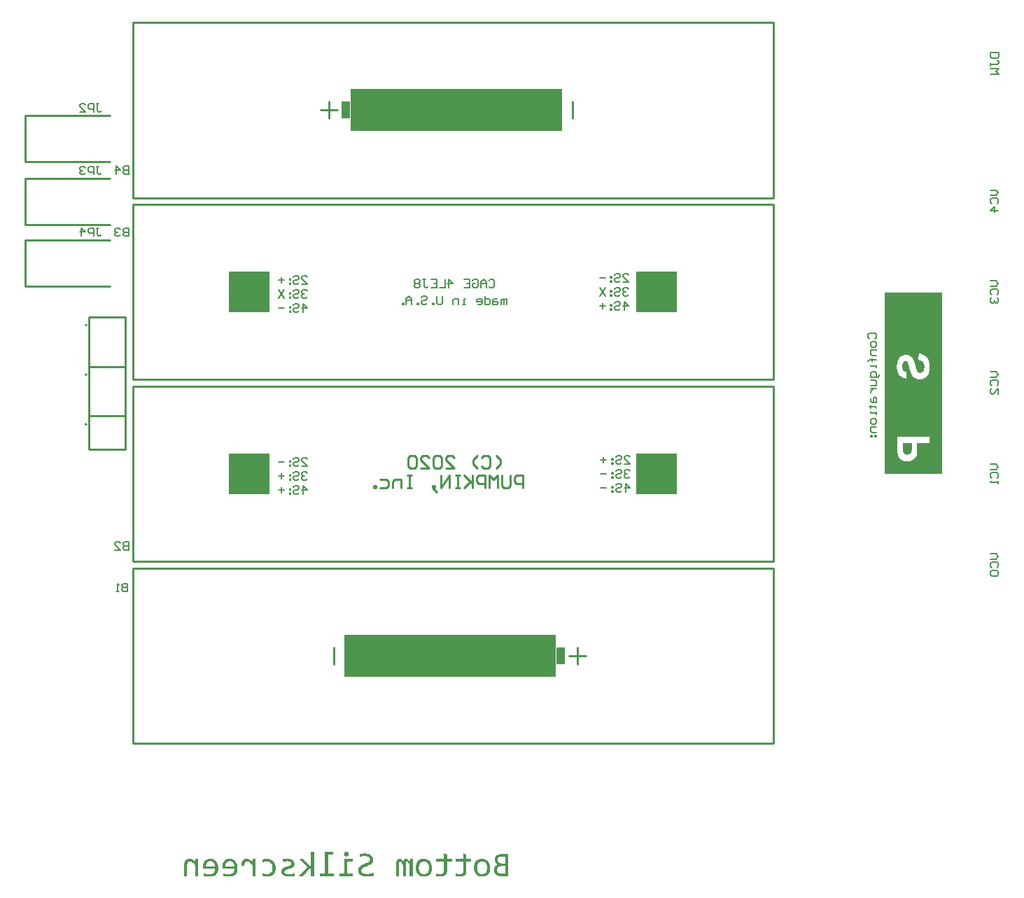
<source format=gbo>
G04 Layer_Color=32896*
%FSLAX25Y25*%
%MOIN*%
G70*
G01*
G75*
%ADD24C,0.00800*%
%ADD25C,0.01000*%
%ADD26C,0.00787*%
%ADD30R,0.27559X0.27559*%
%ADD31R,0.27559X0.23622*%
%ADD39R,0.04000X0.08000*%
%ADD40R,1.01100X0.20000*%
%ADD41R,0.19685X0.19685*%
G36*
X25788Y-226598D02*
X26079Y-226634D01*
X26353Y-226689D01*
X26589Y-226743D01*
X26772Y-226816D01*
X26917Y-226871D01*
X27008Y-226907D01*
X27045Y-226926D01*
X27300Y-227071D01*
X27519Y-227217D01*
X27719Y-227381D01*
X27901Y-227527D01*
X28029Y-227673D01*
X28138Y-227782D01*
X28211Y-227855D01*
X28229Y-227873D01*
X28393Y-228092D01*
X28539Y-228328D01*
X28666Y-228565D01*
X28776Y-228766D01*
X28849Y-228966D01*
X28903Y-229112D01*
X28940Y-229203D01*
X28958Y-229221D01*
Y-229240D01*
X29031Y-229531D01*
X29085Y-229823D01*
X29140Y-230096D01*
X29158Y-230333D01*
X29177Y-230551D01*
X29195Y-230715D01*
Y-230825D01*
Y-230843D01*
Y-230861D01*
X29177Y-231225D01*
X29158Y-231572D01*
X29122Y-231863D01*
X29085Y-232137D01*
X29049Y-232355D01*
X29013Y-232519D01*
X28976Y-232628D01*
Y-232647D01*
Y-232665D01*
X28885Y-232938D01*
X28758Y-233211D01*
X28648Y-233430D01*
X28521Y-233631D01*
X28411Y-233776D01*
X28320Y-233904D01*
X28266Y-233977D01*
X28247Y-233995D01*
X28047Y-234195D01*
X27847Y-234359D01*
X27628Y-234505D01*
X27428Y-234614D01*
X27264Y-234705D01*
X27118Y-234778D01*
X27027Y-234815D01*
X26990Y-234833D01*
X26699Y-234924D01*
X26389Y-234997D01*
X26079Y-235033D01*
X25788Y-235070D01*
X25551Y-235088D01*
X25350Y-235106D01*
X24877D01*
X24603Y-235088D01*
X24348Y-235070D01*
X24111Y-235052D01*
X23929Y-235033D01*
X23784Y-235015D01*
X23692Y-234997D01*
X23656D01*
X23383Y-234961D01*
X23128Y-234924D01*
X22909Y-234870D01*
X22708Y-234833D01*
X22545Y-234797D01*
X22435Y-234760D01*
X22344Y-234742D01*
X22326D01*
Y-233576D01*
X22526Y-233631D01*
X22727Y-233667D01*
X22800Y-233685D01*
X22854Y-233703D01*
X22891Y-233722D01*
X22909D01*
X23146Y-233758D01*
X23346Y-233794D01*
X23437Y-233813D01*
X23510D01*
X23547Y-233831D01*
X23565D01*
X23802Y-233849D01*
X24039Y-233886D01*
X24130D01*
X24203Y-233904D01*
X24257D01*
X24512Y-233922D01*
X24968D01*
X25442Y-233886D01*
X25842Y-233813D01*
X26188Y-233703D01*
X26480Y-233576D01*
X26717Y-233467D01*
X26881Y-233357D01*
X26972Y-233284D01*
X27008Y-233248D01*
X27245Y-232975D01*
X27409Y-232665D01*
X27537Y-232337D01*
X27610Y-232027D01*
X27664Y-231736D01*
X27683Y-231608D01*
Y-231499D01*
X27701Y-231426D01*
Y-231353D01*
Y-231317D01*
Y-231298D01*
X21925D01*
X21907Y-231171D01*
Y-231062D01*
Y-230970D01*
Y-230934D01*
X21889Y-230752D01*
Y-230588D01*
Y-230515D01*
Y-230460D01*
Y-230424D01*
Y-230406D01*
X21907Y-230078D01*
X21925Y-229786D01*
X21961Y-229531D01*
X21998Y-229294D01*
X22053Y-229112D01*
X22089Y-228966D01*
X22107Y-228875D01*
X22126Y-228839D01*
X22217Y-228584D01*
X22326Y-228347D01*
X22453Y-228146D01*
X22563Y-227964D01*
X22654Y-227837D01*
X22745Y-227727D01*
X22800Y-227654D01*
X22818Y-227636D01*
X23000Y-227454D01*
X23182Y-227290D01*
X23383Y-227163D01*
X23547Y-227053D01*
X23711Y-226962D01*
X23838Y-226907D01*
X23911Y-226871D01*
X23947Y-226853D01*
X24203Y-226762D01*
X24458Y-226689D01*
X24713Y-226652D01*
X24950Y-226616D01*
X25150Y-226598D01*
X25314Y-226579D01*
X25460D01*
X25788Y-226598D01*
D02*
G37*
G36*
X167430Y-234961D02*
X164679D01*
X164333Y-234942D01*
X164005Y-234924D01*
X163713Y-234888D01*
X163458Y-234851D01*
X163258Y-234815D01*
X163094Y-234797D01*
X163003Y-234760D01*
X162966D01*
X162674Y-234669D01*
X162419Y-234578D01*
X162201Y-234469D01*
X162000Y-234359D01*
X161855Y-234286D01*
X161727Y-234214D01*
X161654Y-234159D01*
X161636Y-234141D01*
X161436Y-233977D01*
X161272Y-233813D01*
X161126Y-233631D01*
X161016Y-233485D01*
X160925Y-233339D01*
X160853Y-233230D01*
X160816Y-233157D01*
X160798Y-233139D01*
X160689Y-232902D01*
X160616Y-232665D01*
X160561Y-232428D01*
X160525Y-232228D01*
X160506Y-232027D01*
X160488Y-231881D01*
Y-231790D01*
Y-231754D01*
X160525Y-231389D01*
X160543Y-231225D01*
X160579Y-231080D01*
X160616Y-230970D01*
X160634Y-230879D01*
X160670Y-230825D01*
Y-230806D01*
X160816Y-230497D01*
X160889Y-230369D01*
X160962Y-230260D01*
X161016Y-230187D01*
X161071Y-230114D01*
X161108Y-230078D01*
X161126Y-230060D01*
X161345Y-229841D01*
X161563Y-229695D01*
X161654Y-229622D01*
X161727Y-229586D01*
X161782Y-229549D01*
X161800D01*
X162092Y-229422D01*
X162347Y-229331D01*
X162456Y-229312D01*
X162547Y-229294D01*
X162602Y-229276D01*
X162620D01*
X162292Y-229149D01*
X162019Y-229003D01*
X161782Y-228839D01*
X161600Y-228693D01*
X161472Y-228565D01*
X161363Y-228456D01*
X161308Y-228365D01*
X161290Y-228347D01*
X161144Y-228110D01*
X161053Y-227855D01*
X160980Y-227600D01*
X160925Y-227363D01*
X160889Y-227163D01*
X160871Y-226998D01*
Y-226889D01*
Y-226871D01*
Y-226853D01*
X160889Y-226616D01*
X160907Y-226397D01*
X161016Y-225996D01*
X161199Y-225650D01*
X161417Y-225341D01*
X161691Y-225085D01*
X161982Y-224885D01*
X162310Y-224703D01*
X162638Y-224575D01*
X162966Y-224466D01*
X163294Y-224393D01*
X163585Y-224320D01*
X163859Y-224284D01*
X164077Y-224266D01*
X164260Y-224247D01*
X167430D01*
Y-234961D01*
D02*
G37*
G36*
X93147Y-227909D02*
X90724D01*
Y-233776D01*
X93420D01*
Y-234961D01*
X86825D01*
Y-233776D01*
X89284D01*
Y-226725D01*
X93147D01*
Y-227909D01*
D02*
G37*
G36*
X147443Y-224466D02*
Y-226725D01*
X149738D01*
Y-227928D01*
X147443D01*
Y-232228D01*
X147406Y-232738D01*
X147315Y-233175D01*
X147206Y-233540D01*
X147060Y-233849D01*
X146914Y-234086D01*
X146805Y-234250D01*
X146714Y-234341D01*
X146677Y-234378D01*
X146532Y-234505D01*
X146349Y-234614D01*
X145985Y-234778D01*
X145602Y-234906D01*
X145238Y-234979D01*
X144892Y-235033D01*
X144746Y-235052D01*
X144618D01*
X144509Y-235070D01*
X144363D01*
X143981Y-235052D01*
X143799D01*
X143653Y-235033D01*
X143507D01*
X143416Y-235015D01*
X143325D01*
X142942Y-234961D01*
X142778Y-234942D01*
X142614Y-234906D01*
X142487Y-234888D01*
X142396Y-234870D01*
X142323Y-234851D01*
X142305D01*
Y-233612D01*
X142669Y-233703D01*
X142833Y-233740D01*
X142979Y-233758D01*
X143106Y-233794D01*
X143197D01*
X143270Y-233813D01*
X143289D01*
X143616Y-233849D01*
X143780D01*
X143908Y-233867D01*
X144163D01*
X144491Y-233849D01*
X144764Y-233794D01*
X145001Y-233722D01*
X145202Y-233649D01*
X145347Y-233576D01*
X145457Y-233503D01*
X145529Y-233448D01*
X145548Y-233430D01*
X145712Y-233248D01*
X145821Y-233048D01*
X145912Y-232829D01*
X145967Y-232610D01*
X146003Y-232410D01*
X146021Y-232264D01*
Y-232155D01*
Y-232137D01*
Y-232118D01*
Y-227928D01*
X142305D01*
Y-226725D01*
X146021D01*
Y-224083D01*
X147443Y-224466D01*
D02*
G37*
G36*
X138205D02*
Y-226725D01*
X140501D01*
Y-227928D01*
X138205D01*
Y-232228D01*
X138169Y-232738D01*
X138077Y-233175D01*
X137968Y-233540D01*
X137822Y-233849D01*
X137677Y-234086D01*
X137567Y-234250D01*
X137476Y-234341D01*
X137440Y-234378D01*
X137294Y-234505D01*
X137112Y-234614D01*
X136748Y-234778D01*
X136365Y-234906D01*
X136001Y-234979D01*
X135654Y-235033D01*
X135509Y-235052D01*
X135381D01*
X135272Y-235070D01*
X135126D01*
X134743Y-235052D01*
X134561D01*
X134415Y-235033D01*
X134270D01*
X134178Y-235015D01*
X134087D01*
X133705Y-234961D01*
X133541Y-234942D01*
X133377Y-234906D01*
X133249Y-234888D01*
X133158Y-234870D01*
X133085Y-234851D01*
X133067D01*
Y-233612D01*
X133431Y-233703D01*
X133595Y-233740D01*
X133741Y-233758D01*
X133869Y-233794D01*
X133960D01*
X134033Y-233813D01*
X134051D01*
X134379Y-233849D01*
X134543D01*
X134670Y-233867D01*
X134925D01*
X135253Y-233849D01*
X135527Y-233794D01*
X135764Y-233722D01*
X135964Y-233649D01*
X136110Y-233576D01*
X136219Y-233503D01*
X136292Y-233448D01*
X136310Y-233430D01*
X136474Y-233248D01*
X136583Y-233048D01*
X136675Y-232829D01*
X136729Y-232610D01*
X136766Y-232410D01*
X136784Y-232264D01*
Y-232155D01*
Y-232137D01*
Y-232118D01*
Y-227928D01*
X133067D01*
Y-226725D01*
X136784D01*
Y-224083D01*
X138205Y-224466D01*
D02*
G37*
G36*
X35025Y-226598D02*
X35317Y-226634D01*
X35590Y-226689D01*
X35827Y-226743D01*
X36009Y-226816D01*
X36155Y-226871D01*
X36246Y-226907D01*
X36282Y-226926D01*
X36538Y-227071D01*
X36756Y-227217D01*
X36957Y-227381D01*
X37139Y-227527D01*
X37266Y-227673D01*
X37376Y-227782D01*
X37448Y-227855D01*
X37467Y-227873D01*
X37631Y-228092D01*
X37776Y-228328D01*
X37904Y-228565D01*
X38013Y-228766D01*
X38086Y-228966D01*
X38141Y-229112D01*
X38177Y-229203D01*
X38195Y-229221D01*
Y-229240D01*
X38268Y-229531D01*
X38323Y-229823D01*
X38378Y-230096D01*
X38396Y-230333D01*
X38414Y-230551D01*
X38432Y-230715D01*
Y-230825D01*
Y-230843D01*
Y-230861D01*
X38414Y-231225D01*
X38396Y-231572D01*
X38359Y-231863D01*
X38323Y-232137D01*
X38287Y-232355D01*
X38250Y-232519D01*
X38214Y-232628D01*
Y-232647D01*
Y-232665D01*
X38123Y-232938D01*
X37995Y-233211D01*
X37886Y-233430D01*
X37758Y-233631D01*
X37649Y-233776D01*
X37558Y-233904D01*
X37503Y-233977D01*
X37485Y-233995D01*
X37284Y-234195D01*
X37084Y-234359D01*
X36865Y-234505D01*
X36665Y-234614D01*
X36501Y-234705D01*
X36355Y-234778D01*
X36264Y-234815D01*
X36228Y-234833D01*
X35936Y-234924D01*
X35627Y-234997D01*
X35317Y-235033D01*
X35025Y-235070D01*
X34788Y-235088D01*
X34588Y-235106D01*
X34114D01*
X33841Y-235088D01*
X33586Y-235070D01*
X33349Y-235052D01*
X33167Y-235033D01*
X33021Y-235015D01*
X32930Y-234997D01*
X32893D01*
X32620Y-234961D01*
X32365Y-234924D01*
X32146Y-234870D01*
X31946Y-234833D01*
X31782Y-234797D01*
X31673Y-234760D01*
X31582Y-234742D01*
X31563D01*
Y-233576D01*
X31764Y-233631D01*
X31964Y-233667D01*
X32037Y-233685D01*
X32092Y-233703D01*
X32128Y-233722D01*
X32146D01*
X32383Y-233758D01*
X32584Y-233794D01*
X32675Y-233813D01*
X32748D01*
X32784Y-233831D01*
X32802D01*
X33039Y-233849D01*
X33276Y-233886D01*
X33367D01*
X33440Y-233904D01*
X33495D01*
X33750Y-233922D01*
X34205D01*
X34679Y-233886D01*
X35080Y-233813D01*
X35426Y-233703D01*
X35718Y-233576D01*
X35954Y-233467D01*
X36118Y-233357D01*
X36209Y-233284D01*
X36246Y-233248D01*
X36483Y-232975D01*
X36647Y-232665D01*
X36774Y-232337D01*
X36847Y-232027D01*
X36902Y-231736D01*
X36920Y-231608D01*
Y-231499D01*
X36938Y-231426D01*
Y-231353D01*
Y-231317D01*
Y-231298D01*
X31163D01*
X31144Y-231171D01*
Y-231062D01*
Y-230970D01*
Y-230934D01*
X31126Y-230752D01*
Y-230588D01*
Y-230515D01*
Y-230460D01*
Y-230424D01*
Y-230406D01*
X31144Y-230078D01*
X31163Y-229786D01*
X31199Y-229531D01*
X31236Y-229294D01*
X31290Y-229112D01*
X31327Y-228966D01*
X31345Y-228875D01*
X31363Y-228839D01*
X31454Y-228584D01*
X31563Y-228347D01*
X31691Y-228146D01*
X31800Y-227964D01*
X31891Y-227837D01*
X31982Y-227727D01*
X32037Y-227654D01*
X32055Y-227636D01*
X32238Y-227454D01*
X32420Y-227290D01*
X32620Y-227163D01*
X32784Y-227053D01*
X32948Y-226962D01*
X33076Y-226907D01*
X33149Y-226871D01*
X33185Y-226853D01*
X33440Y-226762D01*
X33695Y-226689D01*
X33950Y-226652D01*
X34187Y-226616D01*
X34387Y-226598D01*
X34552Y-226579D01*
X34697D01*
X35025Y-226598D01*
D02*
G37*
G36*
X83909Y-224539D02*
X81486D01*
Y-233776D01*
X84183D01*
Y-234961D01*
X77587D01*
Y-233776D01*
X80047D01*
Y-223373D01*
X83909D01*
Y-224539D01*
D02*
G37*
G36*
X127437Y-226598D02*
X127747Y-226634D01*
X128020Y-226689D01*
X128275Y-226743D01*
X128476Y-226798D01*
X128621Y-226853D01*
X128712Y-226889D01*
X128749Y-226907D01*
X129004Y-227035D01*
X129241Y-227181D01*
X129460Y-227326D01*
X129642Y-227472D01*
X129787Y-227600D01*
X129897Y-227709D01*
X129970Y-227782D01*
X129988Y-227800D01*
X130170Y-228019D01*
X130316Y-228256D01*
X130462Y-228474D01*
X130571Y-228693D01*
X130662Y-228875D01*
X130717Y-229039D01*
X130753Y-229130D01*
X130771Y-229149D01*
Y-229167D01*
X130862Y-229458D01*
X130917Y-229768D01*
X130972Y-230060D01*
X130990Y-230333D01*
X131008Y-230551D01*
X131026Y-230734D01*
Y-230806D01*
Y-230861D01*
Y-230879D01*
Y-230898D01*
X131008Y-231262D01*
X130990Y-231608D01*
X130954Y-231918D01*
X130899Y-232191D01*
X130844Y-232410D01*
X130808Y-232574D01*
X130790Y-232683D01*
X130771Y-232701D01*
Y-232720D01*
X130662Y-232993D01*
X130553Y-233248D01*
X130425Y-233485D01*
X130316Y-233667D01*
X130207Y-233831D01*
X130115Y-233940D01*
X130061Y-234013D01*
X130043Y-234031D01*
X129842Y-234214D01*
X129642Y-234378D01*
X129460Y-234523D01*
X129259Y-234633D01*
X129095Y-234724D01*
X128968Y-234778D01*
X128895Y-234815D01*
X128858Y-234833D01*
X128585Y-234924D01*
X128312Y-234997D01*
X128038Y-235033D01*
X127783Y-235070D01*
X127583Y-235088D01*
X127401Y-235106D01*
X127255D01*
X126909Y-235088D01*
X126599Y-235052D01*
X126326Y-235015D01*
X126071Y-234942D01*
X125870Y-234888D01*
X125724Y-234851D01*
X125633Y-234815D01*
X125597Y-234797D01*
X125342Y-234669D01*
X125087Y-234523D01*
X124886Y-234378D01*
X124704Y-234250D01*
X124558Y-234122D01*
X124449Y-234013D01*
X124376Y-233940D01*
X124358Y-233922D01*
X124176Y-233703D01*
X124012Y-233467D01*
X123884Y-233230D01*
X123775Y-233011D01*
X123684Y-232829D01*
X123629Y-232683D01*
X123593Y-232592D01*
X123574Y-232556D01*
X123483Y-232246D01*
X123410Y-231936D01*
X123374Y-231645D01*
X123338Y-231371D01*
X123319Y-231134D01*
X123301Y-230952D01*
Y-230879D01*
Y-230825D01*
Y-230806D01*
Y-230788D01*
X123319Y-230424D01*
X123338Y-230078D01*
X123392Y-229768D01*
X123429Y-229495D01*
X123483Y-229294D01*
X123538Y-229130D01*
X123556Y-229021D01*
X123574Y-228984D01*
X123684Y-228711D01*
X123793Y-228456D01*
X123921Y-228219D01*
X124048Y-228037D01*
X124158Y-227873D01*
X124249Y-227764D01*
X124303Y-227691D01*
X124321Y-227673D01*
X124504Y-227490D01*
X124704Y-227326D01*
X124905Y-227181D01*
X125087Y-227071D01*
X125251Y-226980D01*
X125378Y-226926D01*
X125469Y-226889D01*
X125506Y-226871D01*
X125779Y-226780D01*
X126052Y-226707D01*
X126307Y-226652D01*
X126562Y-226616D01*
X126763Y-226598D01*
X126945Y-226579D01*
X127091D01*
X127437Y-226598D01*
D02*
G37*
G36*
X99415Y-224101D02*
X99761Y-224120D01*
X100071Y-224156D01*
X100344Y-224211D01*
X100563Y-224266D01*
X100708Y-224302D01*
X100818Y-224320D01*
X100854Y-224338D01*
X101127Y-224448D01*
X101364Y-224557D01*
X101583Y-224666D01*
X101747Y-224776D01*
X101893Y-224867D01*
X102002Y-224940D01*
X102075Y-224994D01*
X102093Y-225012D01*
X102257Y-225177D01*
X102403Y-225341D01*
X102530Y-225504D01*
X102621Y-225650D01*
X102694Y-225778D01*
X102767Y-225869D01*
X102785Y-225942D01*
X102804Y-225960D01*
X102876Y-226160D01*
X102931Y-226361D01*
X102968Y-226543D01*
X102986Y-226707D01*
X103004Y-226853D01*
X103022Y-226962D01*
Y-227035D01*
Y-227053D01*
X103004Y-227272D01*
X102986Y-227490D01*
X102949Y-227673D01*
X102895Y-227837D01*
X102858Y-227964D01*
X102822Y-228055D01*
X102804Y-228128D01*
X102785Y-228146D01*
X102585Y-228456D01*
X102476Y-228602D01*
X102385Y-228711D01*
X102294Y-228820D01*
X102221Y-228893D01*
X102184Y-228930D01*
X102166Y-228948D01*
X101856Y-229185D01*
X101692Y-229276D01*
X101565Y-229367D01*
X101437Y-229440D01*
X101346Y-229476D01*
X101273Y-229513D01*
X101255Y-229531D01*
X100872Y-229713D01*
X100708Y-229786D01*
X100544Y-229859D01*
X100417Y-229914D01*
X100326Y-229968D01*
X100253Y-229987D01*
X100235Y-230005D01*
X99852Y-230151D01*
X99670Y-230223D01*
X99524Y-230278D01*
X99378Y-230333D01*
X99287Y-230369D01*
X99214Y-230387D01*
X99196Y-230406D01*
X98832Y-230570D01*
X98686Y-230643D01*
X98558Y-230715D01*
X98449Y-230770D01*
X98376Y-230825D01*
X98321Y-230843D01*
X98303Y-230861D01*
X98030Y-231043D01*
X97921Y-231134D01*
X97830Y-231225D01*
X97757Y-231298D01*
X97702Y-231353D01*
X97684Y-231389D01*
X97666Y-231408D01*
X97575Y-231535D01*
X97520Y-231645D01*
X97447Y-231881D01*
X97429Y-231991D01*
X97411Y-232064D01*
Y-232118D01*
Y-232137D01*
X97429Y-232410D01*
X97447Y-232537D01*
X97483Y-232647D01*
X97502Y-232738D01*
X97538Y-232811D01*
X97556Y-232847D01*
Y-232865D01*
X97684Y-233084D01*
X97848Y-233248D01*
X97921Y-233303D01*
X97975Y-233357D01*
X98012Y-233376D01*
X98030Y-233394D01*
X98285Y-233521D01*
X98540Y-233631D01*
X98668Y-233649D01*
X98741Y-233685D01*
X98813Y-233703D01*
X98832D01*
X99032Y-233740D01*
X99233Y-233758D01*
X99433Y-233794D01*
X99615D01*
X99779Y-233813D01*
X100399D01*
X100726Y-233794D01*
X101018Y-233776D01*
X101273Y-233740D01*
X101492Y-233722D01*
X101656Y-233703D01*
X101747Y-233685D01*
X101783D01*
X102057Y-233631D01*
X102312Y-233576D01*
X102549Y-233521D01*
X102749Y-233448D01*
X102913Y-233394D01*
X103041Y-233357D01*
X103113Y-233339D01*
X103150Y-233321D01*
Y-234724D01*
X102931Y-234778D01*
X102731Y-234833D01*
X102658Y-234851D01*
X102585Y-234870D01*
X102549Y-234888D01*
X102530D01*
X102275Y-234924D01*
X102038Y-234961D01*
X101947D01*
X101874Y-234979D01*
X101802D01*
X101510Y-235015D01*
X101255Y-235052D01*
X101146D01*
X101073Y-235070D01*
X101000D01*
X100672Y-235088D01*
X100544D01*
X100399Y-235106D01*
X99797D01*
X99469Y-235070D01*
X99178Y-235052D01*
X98923Y-235015D01*
X98704Y-234979D01*
X98540Y-234961D01*
X98449Y-234924D01*
X98413D01*
X98121Y-234851D01*
X97866Y-234760D01*
X97647Y-234669D01*
X97447Y-234578D01*
X97301Y-234487D01*
X97174Y-234414D01*
X97101Y-234378D01*
X97083Y-234359D01*
X96882Y-234214D01*
X96700Y-234050D01*
X96554Y-233886D01*
X96427Y-233740D01*
X96336Y-233612D01*
X96263Y-233503D01*
X96226Y-233430D01*
X96208Y-233412D01*
X96099Y-233193D01*
X96026Y-232956D01*
X95953Y-232720D01*
X95916Y-232519D01*
X95898Y-232337D01*
X95880Y-232191D01*
Y-232100D01*
Y-232064D01*
X95898Y-231827D01*
X95916Y-231626D01*
X95953Y-231426D01*
X96008Y-231262D01*
X96062Y-231134D01*
X96099Y-231043D01*
X96117Y-230970D01*
X96135Y-230952D01*
X96336Y-230624D01*
X96445Y-230479D01*
X96536Y-230369D01*
X96627Y-230260D01*
X96700Y-230187D01*
X96755Y-230151D01*
X96773Y-230132D01*
X97064Y-229895D01*
X97356Y-229695D01*
X97483Y-229622D01*
X97575Y-229568D01*
X97647Y-229549D01*
X97666Y-229531D01*
X98048Y-229349D01*
X98212Y-229276D01*
X98376Y-229203D01*
X98504Y-229149D01*
X98613Y-229112D01*
X98686Y-229076D01*
X98704D01*
X99087Y-228912D01*
X99251Y-228839D01*
X99397Y-228784D01*
X99542Y-228729D01*
X99633Y-228693D01*
X99706Y-228657D01*
X99725D01*
X100089Y-228511D01*
X100235Y-228438D01*
X100362Y-228365D01*
X100490Y-228310D01*
X100563Y-228256D01*
X100617Y-228237D01*
X100636Y-228219D01*
X100891Y-228019D01*
X101091Y-227837D01*
X101164Y-227764D01*
X101218Y-227709D01*
X101237Y-227673D01*
X101255Y-227654D01*
X101328Y-227527D01*
X101383Y-227399D01*
X101455Y-227163D01*
X101474Y-227053D01*
X101492Y-226980D01*
Y-226926D01*
Y-226907D01*
X101474Y-226652D01*
X101401Y-226434D01*
X101310Y-226233D01*
X101200Y-226069D01*
X101091Y-225942D01*
X101000Y-225851D01*
X100927Y-225796D01*
X100909Y-225778D01*
X100654Y-225632D01*
X100380Y-225523D01*
X100071Y-225450D01*
X99761Y-225395D01*
X99488Y-225359D01*
X99269Y-225341D01*
X99068D01*
X98631Y-225359D01*
X98413Y-225377D01*
X98230Y-225395D01*
X98066Y-225413D01*
X97957Y-225432D01*
X97866Y-225450D01*
X97848D01*
X97374Y-225523D01*
X97155Y-225577D01*
X96973Y-225614D01*
X96809Y-225650D01*
X96682Y-225668D01*
X96609Y-225705D01*
X96572D01*
Y-224393D01*
X96773Y-224357D01*
X96973Y-224320D01*
X97046Y-224302D01*
X97119Y-224284D01*
X97174D01*
X97411Y-224247D01*
X97611Y-224211D01*
X97684D01*
X97757Y-224193D01*
X97811D01*
X98048Y-224156D01*
X98249Y-224138D01*
X98340Y-224120D01*
X98449D01*
X98668Y-224101D01*
X98850Y-224083D01*
X99032D01*
X99415Y-224101D01*
D02*
G37*
G36*
X62483Y-226598D02*
X62811Y-226616D01*
X63084Y-226652D01*
X63321Y-226689D01*
X63521Y-226743D01*
X63649Y-226780D01*
X63740Y-226798D01*
X63776Y-226816D01*
X64013Y-226907D01*
X64214Y-227017D01*
X64396Y-227108D01*
X64542Y-227199D01*
X64651Y-227290D01*
X64742Y-227363D01*
X64797Y-227399D01*
X64815Y-227417D01*
X64943Y-227545D01*
X65070Y-227691D01*
X65161Y-227818D01*
X65234Y-227928D01*
X65289Y-228037D01*
X65325Y-228110D01*
X65361Y-228165D01*
Y-228183D01*
X65453Y-228474D01*
X65471Y-228602D01*
X65489Y-228711D01*
X65507Y-228802D01*
Y-228875D01*
Y-228912D01*
Y-228930D01*
Y-229112D01*
X65471Y-229294D01*
X65453Y-229458D01*
X65416Y-229586D01*
X65380Y-229695D01*
X65361Y-229768D01*
X65325Y-229823D01*
Y-229841D01*
X65161Y-230114D01*
X64979Y-230314D01*
X64906Y-230406D01*
X64833Y-230460D01*
X64797Y-230497D01*
X64779Y-230515D01*
X64505Y-230715D01*
X64232Y-230861D01*
X64123Y-230916D01*
X64031Y-230970D01*
X63977Y-230989D01*
X63959Y-231007D01*
X63594Y-231153D01*
X63430Y-231207D01*
X63266Y-231262D01*
X63139Y-231317D01*
X63029Y-231335D01*
X62957Y-231371D01*
X62938D01*
X62665Y-231444D01*
X62446Y-231517D01*
X62246Y-231590D01*
X62082Y-231645D01*
X61936Y-231699D01*
X61845Y-231736D01*
X61790Y-231772D01*
X61772D01*
X61626Y-231827D01*
X61481Y-231900D01*
X61371Y-231954D01*
X61280Y-231991D01*
X61226Y-232045D01*
X61171Y-232064D01*
X61134Y-232100D01*
X60989Y-232228D01*
X60898Y-232337D01*
X60861Y-232410D01*
X60843Y-232446D01*
X60788Y-232574D01*
X60770Y-232701D01*
X60752Y-232792D01*
Y-232811D01*
Y-232829D01*
X60770Y-233011D01*
X60825Y-233175D01*
X60916Y-233321D01*
X61007Y-233430D01*
X61098Y-233521D01*
X61189Y-233576D01*
X61244Y-233612D01*
X61262Y-233631D01*
X61462Y-233722D01*
X61699Y-233794D01*
X61954Y-233831D01*
X62209Y-233867D01*
X62428Y-233886D01*
X62610Y-233904D01*
X62774D01*
X63303Y-233886D01*
X63539Y-233867D01*
X63758Y-233849D01*
X63940D01*
X64068Y-233831D01*
X64159Y-233813D01*
X64196D01*
X64724Y-233722D01*
X64961Y-233667D01*
X65179Y-233612D01*
X65361Y-233558D01*
X65489Y-233521D01*
X65580Y-233485D01*
X65617D01*
Y-234797D01*
X65125Y-234906D01*
X64906Y-234942D01*
X64687Y-234979D01*
X64523Y-234997D01*
X64378Y-235015D01*
X64305Y-235033D01*
X64268D01*
X63722Y-235070D01*
X63467Y-235088D01*
X63230D01*
X63029Y-235106D01*
X62720D01*
X62428Y-235088D01*
X62191Y-235070D01*
X62082Y-235052D01*
X62009D01*
X61954Y-235033D01*
X61936D01*
X61645Y-234979D01*
X61499Y-234961D01*
X61390Y-234924D01*
X61299Y-234906D01*
X61207Y-234888D01*
X61171Y-234870D01*
X61153D01*
X60879Y-234778D01*
X60661Y-234687D01*
X60570Y-234633D01*
X60497Y-234614D01*
X60460Y-234578D01*
X60442D01*
X60205Y-234414D01*
X60005Y-234268D01*
X59932Y-234214D01*
X59877Y-234159D01*
X59859Y-234141D01*
X59841Y-234122D01*
X59677Y-233904D01*
X59549Y-233703D01*
X59495Y-233631D01*
X59458Y-233558D01*
X59440Y-233521D01*
Y-233503D01*
X59349Y-233230D01*
X59294Y-232975D01*
X59276Y-232884D01*
Y-232792D01*
Y-232738D01*
Y-232720D01*
X59294Y-232392D01*
X59312Y-232264D01*
X59349Y-232137D01*
X59367Y-232045D01*
X59404Y-231954D01*
X59422Y-231918D01*
Y-231900D01*
X59477Y-231772D01*
X59549Y-231645D01*
X59695Y-231444D01*
X59768Y-231371D01*
X59823Y-231317D01*
X59859Y-231280D01*
X59877Y-231262D01*
X60132Y-231062D01*
X60387Y-230879D01*
X60515Y-230825D01*
X60588Y-230770D01*
X60661Y-230752D01*
X60679Y-230734D01*
X60879Y-230643D01*
X61080Y-230570D01*
X61280Y-230479D01*
X61481Y-230424D01*
X61663Y-230351D01*
X61790Y-230314D01*
X61882Y-230296D01*
X61918Y-230278D01*
X62155Y-230205D01*
X62355Y-230151D01*
X62537Y-230096D01*
X62701Y-230041D01*
X62829Y-229987D01*
X62920Y-229968D01*
X62975Y-229932D01*
X62993D01*
X63139Y-229859D01*
X63266Y-229804D01*
X63376Y-229750D01*
X63485Y-229695D01*
X63558Y-229640D01*
X63612Y-229622D01*
X63631Y-229586D01*
X63649D01*
X63795Y-229458D01*
X63904Y-229349D01*
X63959Y-229276D01*
X63977Y-229240D01*
X64013Y-229094D01*
X64031Y-228966D01*
X64050Y-228875D01*
Y-228857D01*
Y-228839D01*
X64031Y-228675D01*
X63995Y-228547D01*
X63977Y-228456D01*
X63959Y-228420D01*
X63867Y-228292D01*
X63776Y-228183D01*
X63685Y-228110D01*
X63649Y-228092D01*
X63448Y-228001D01*
X63266Y-227909D01*
X63175Y-227891D01*
X63102Y-227873D01*
X63066Y-227855D01*
X63048D01*
X62756Y-227800D01*
X62464Y-227782D01*
X62337Y-227764D01*
X62155D01*
X61790Y-227782D01*
X61626Y-227800D01*
X61462D01*
X61317Y-227818D01*
X61207Y-227837D01*
X61116Y-227855D01*
X61098D01*
X60643Y-227928D01*
X60424Y-227964D01*
X60242Y-228001D01*
X60059Y-228037D01*
X59932Y-228055D01*
X59859Y-228092D01*
X59823D01*
Y-226816D01*
X60059Y-226780D01*
X60296Y-226725D01*
X60497Y-226707D01*
X60679Y-226671D01*
X60843Y-226652D01*
X60952D01*
X61043Y-226634D01*
X61062D01*
X61481Y-226598D01*
X61663D01*
X61809Y-226579D01*
X62137D01*
X62483Y-226598D01*
D02*
G37*
G36*
X43060D02*
X43315Y-226634D01*
X43570Y-226707D01*
X43771Y-226780D01*
X43971Y-226853D01*
X44099Y-226926D01*
X44190Y-226962D01*
X44226Y-226980D01*
X44500Y-227144D01*
X44755Y-227345D01*
X44992Y-227563D01*
X45210Y-227764D01*
X45392Y-227964D01*
X45538Y-228110D01*
X45629Y-228219D01*
X45666Y-228237D01*
Y-228256D01*
X45702Y-226725D01*
X46996D01*
Y-234961D01*
X45556D01*
Y-229677D01*
X45411Y-229495D01*
X45283Y-229331D01*
X45156Y-229203D01*
X45046Y-229076D01*
X44955Y-228966D01*
X44882Y-228893D01*
X44846Y-228857D01*
X44828Y-228839D01*
X44572Y-228602D01*
X44372Y-228401D01*
X44281Y-228347D01*
X44226Y-228292D01*
X44190Y-228274D01*
X44172Y-228256D01*
X43953Y-228110D01*
X43753Y-228001D01*
X43680Y-227964D01*
X43625Y-227946D01*
X43589Y-227928D01*
X43570D01*
X43352Y-227855D01*
X43170Y-227837D01*
X43115Y-227818D01*
X43006D01*
X42769Y-227837D01*
X42568Y-227891D01*
X42404Y-227982D01*
X42259Y-228055D01*
X42149Y-228146D01*
X42058Y-228237D01*
X42022Y-228292D01*
X42004Y-228310D01*
X41894Y-228511D01*
X41803Y-228766D01*
X41748Y-229021D01*
X41712Y-229276D01*
X41694Y-229495D01*
X41675Y-229677D01*
Y-229750D01*
Y-229804D01*
Y-229841D01*
Y-229859D01*
X40236D01*
Y-229568D01*
X40254Y-229294D01*
X40273Y-229039D01*
X40309Y-228784D01*
X40364Y-228565D01*
X40418Y-228365D01*
X40473Y-228201D01*
X40528Y-228037D01*
X40582Y-227891D01*
X40655Y-227764D01*
X40710Y-227654D01*
X40746Y-227563D01*
X40801Y-227509D01*
X40819Y-227454D01*
X40856Y-227417D01*
X40983Y-227272D01*
X41129Y-227144D01*
X41439Y-226926D01*
X41748Y-226780D01*
X42058Y-226689D01*
X42350Y-226616D01*
X42477Y-226598D01*
X42568D01*
X42659Y-226579D01*
X42787D01*
X43060Y-226598D01*
D02*
G37*
G36*
X15840D02*
X16076Y-226616D01*
X16168Y-226634D01*
X16240D01*
X16277Y-226652D01*
X16295D01*
X16532Y-226725D01*
X16751Y-226798D01*
X16823Y-226853D01*
X16896Y-226871D01*
X16933Y-226907D01*
X16951D01*
X17188Y-227053D01*
X17388Y-227199D01*
X17479Y-227254D01*
X17552Y-227308D01*
X17589Y-227345D01*
X17607Y-227363D01*
X17844Y-227582D01*
X18081Y-227818D01*
X18172Y-227909D01*
X18245Y-227982D01*
X18281Y-228037D01*
X18299Y-228055D01*
X18354Y-226725D01*
X19611D01*
Y-234961D01*
X18190D01*
Y-229513D01*
X18044Y-229331D01*
X17917Y-229185D01*
X17807Y-229039D01*
X17698Y-228912D01*
X17607Y-228820D01*
X17552Y-228748D01*
X17516Y-228711D01*
X17498Y-228693D01*
X17261Y-228474D01*
X17078Y-228310D01*
X17006Y-228256D01*
X16951Y-228219D01*
X16915Y-228183D01*
X16896D01*
X16696Y-228055D01*
X16532Y-227964D01*
X16423Y-227928D01*
X16404Y-227909D01*
X16386D01*
X16204Y-227855D01*
X16022Y-227837D01*
X15949Y-227818D01*
X15858D01*
X15603Y-227837D01*
X15384Y-227891D01*
X15202Y-227964D01*
X15056Y-228055D01*
X14929Y-228146D01*
X14856Y-228219D01*
X14801Y-228274D01*
X14783Y-228292D01*
X14655Y-228474D01*
X14564Y-228711D01*
X14510Y-228948D01*
X14455Y-229167D01*
X14437Y-229385D01*
X14418Y-229549D01*
Y-229622D01*
Y-229677D01*
Y-229695D01*
Y-229713D01*
Y-234961D01*
X12997D01*
Y-229604D01*
X13034Y-229076D01*
X13107Y-228620D01*
X13198Y-228219D01*
X13325Y-227909D01*
X13453Y-227654D01*
X13544Y-227490D01*
X13617Y-227381D01*
X13653Y-227345D01*
X13927Y-227090D01*
X14236Y-226907D01*
X14546Y-226762D01*
X14856Y-226671D01*
X15147Y-226616D01*
X15275Y-226598D01*
X15366D01*
X15457Y-226579D01*
X15585D01*
X15840Y-226598D01*
D02*
G37*
G36*
X155150D02*
X155459Y-226634D01*
X155733Y-226689D01*
X155988Y-226743D01*
X156188Y-226798D01*
X156334Y-226853D01*
X156425Y-226889D01*
X156462Y-226907D01*
X156717Y-227035D01*
X156954Y-227181D01*
X157172Y-227326D01*
X157354Y-227472D01*
X157500Y-227600D01*
X157609Y-227709D01*
X157682Y-227782D01*
X157701Y-227800D01*
X157883Y-228019D01*
X158028Y-228256D01*
X158174Y-228474D01*
X158283Y-228693D01*
X158375Y-228875D01*
X158429Y-229039D01*
X158466Y-229130D01*
X158484Y-229149D01*
Y-229167D01*
X158575Y-229458D01*
X158630Y-229768D01*
X158684Y-230060D01*
X158703Y-230333D01*
X158721Y-230551D01*
X158739Y-230734D01*
Y-230806D01*
Y-230861D01*
Y-230879D01*
Y-230898D01*
X158721Y-231262D01*
X158703Y-231608D01*
X158666Y-231918D01*
X158612Y-232191D01*
X158557Y-232410D01*
X158520Y-232574D01*
X158502Y-232683D01*
X158484Y-232701D01*
Y-232720D01*
X158375Y-232993D01*
X158265Y-233248D01*
X158138Y-233485D01*
X158028Y-233667D01*
X157919Y-233831D01*
X157828Y-233940D01*
X157773Y-234013D01*
X157755Y-234031D01*
X157555Y-234214D01*
X157354Y-234378D01*
X157172Y-234523D01*
X156972Y-234633D01*
X156808Y-234724D01*
X156680Y-234778D01*
X156607Y-234815D01*
X156571Y-234833D01*
X156298Y-234924D01*
X156024Y-234997D01*
X155751Y-235033D01*
X155496Y-235070D01*
X155296Y-235088D01*
X155113Y-235106D01*
X154967D01*
X154621Y-235088D01*
X154312Y-235052D01*
X154038Y-235015D01*
X153783Y-234942D01*
X153583Y-234888D01*
X153437Y-234851D01*
X153346Y-234815D01*
X153310Y-234797D01*
X153054Y-234669D01*
X152799Y-234523D01*
X152599Y-234378D01*
X152417Y-234250D01*
X152271Y-234122D01*
X152162Y-234013D01*
X152089Y-233940D01*
X152070Y-233922D01*
X151888Y-233703D01*
X151724Y-233467D01*
X151597Y-233230D01*
X151488Y-233011D01*
X151396Y-232829D01*
X151342Y-232683D01*
X151305Y-232592D01*
X151287Y-232556D01*
X151196Y-232246D01*
X151123Y-231936D01*
X151087Y-231645D01*
X151050Y-231371D01*
X151032Y-231134D01*
X151014Y-230952D01*
Y-230879D01*
Y-230825D01*
Y-230806D01*
Y-230788D01*
X151032Y-230424D01*
X151050Y-230078D01*
X151105Y-229768D01*
X151141Y-229495D01*
X151196Y-229294D01*
X151251Y-229130D01*
X151269Y-229021D01*
X151287Y-228984D01*
X151396Y-228711D01*
X151506Y-228456D01*
X151633Y-228219D01*
X151761Y-228037D01*
X151870Y-227873D01*
X151961Y-227764D01*
X152016Y-227691D01*
X152034Y-227673D01*
X152216Y-227490D01*
X152417Y-227326D01*
X152617Y-227181D01*
X152799Y-227071D01*
X152963Y-226980D01*
X153091Y-226926D01*
X153182Y-226889D01*
X153218Y-226871D01*
X153492Y-226780D01*
X153765Y-226707D01*
X154020Y-226652D01*
X154275Y-226616D01*
X154475Y-226598D01*
X154658Y-226579D01*
X154804D01*
X155150Y-226598D01*
D02*
G37*
G36*
X90396Y-223300D02*
X90542Y-223318D01*
X90633Y-223355D01*
X90651Y-223373D01*
X90669D01*
X90815Y-223446D01*
X90924Y-223537D01*
X90997Y-223591D01*
X91034Y-223628D01*
X91125Y-223737D01*
X91198Y-223846D01*
X91252Y-223938D01*
X91270Y-223956D01*
Y-223974D01*
X91307Y-224120D01*
X91325Y-224266D01*
X91343Y-224375D01*
Y-224393D01*
Y-224411D01*
X91325Y-224575D01*
X91307Y-224721D01*
X91289Y-224812D01*
X91270Y-224830D01*
Y-224849D01*
X91198Y-224994D01*
X91125Y-225104D01*
X91052Y-225177D01*
X91034Y-225213D01*
X90906Y-225304D01*
X90797Y-225377D01*
X90706Y-225432D01*
X90669Y-225450D01*
X90523Y-225486D01*
X90378Y-225504D01*
X90268Y-225523D01*
X90232D01*
X90068Y-225504D01*
X89922Y-225486D01*
X89831Y-225468D01*
X89795Y-225450D01*
X89649Y-225377D01*
X89539Y-225304D01*
X89467Y-225231D01*
X89448Y-225213D01*
X89339Y-225085D01*
X89266Y-224976D01*
X89211Y-224885D01*
X89193Y-224849D01*
X89139Y-224703D01*
X89120Y-224557D01*
X89102Y-224448D01*
Y-224429D01*
Y-224411D01*
X89120Y-224247D01*
X89139Y-224101D01*
X89175Y-224010D01*
X89193Y-223974D01*
X89266Y-223828D01*
X89357Y-223719D01*
X89412Y-223646D01*
X89448Y-223628D01*
X89558Y-223518D01*
X89667Y-223446D01*
X89758Y-223391D01*
X89776Y-223373D01*
X89795D01*
X89940Y-223318D01*
X90086Y-223300D01*
X90195Y-223282D01*
X90232D01*
X90396Y-223300D01*
D02*
G37*
G36*
X74854Y-234961D02*
X73433D01*
Y-230551D01*
X69589Y-234961D01*
X67621D01*
X71702Y-230533D01*
X67839Y-226725D01*
X69734D01*
X73433Y-230497D01*
Y-223373D01*
X74854D01*
Y-234961D01*
D02*
G37*
G36*
X374016Y-3937D02*
X346457D01*
Y19685D01*
X374016D01*
Y-3937D01*
D02*
G37*
G36*
X52772Y-226634D02*
X53081Y-226671D01*
X53373Y-226707D01*
X53628Y-226762D01*
X53828Y-226835D01*
X53992Y-226871D01*
X54083Y-226907D01*
X54120Y-226926D01*
X54393Y-227053D01*
X54648Y-227199D01*
X54867Y-227345D01*
X55067Y-227472D01*
X55213Y-227600D01*
X55340Y-227709D01*
X55413Y-227782D01*
X55432Y-227800D01*
X55632Y-228019D01*
X55796Y-228256D01*
X55942Y-228474D01*
X56069Y-228693D01*
X56160Y-228875D01*
X56233Y-229039D01*
X56270Y-229130D01*
X56288Y-229149D01*
Y-229167D01*
X56379Y-229458D01*
X56452Y-229768D01*
X56507Y-230078D01*
X56543Y-230351D01*
X56561Y-230588D01*
X56580Y-230770D01*
Y-230843D01*
Y-230898D01*
Y-230916D01*
Y-230934D01*
X56561Y-231298D01*
X56543Y-231645D01*
X56488Y-231973D01*
X56415Y-232264D01*
X56343Y-232537D01*
X56252Y-232792D01*
X56160Y-233029D01*
X56051Y-233230D01*
X55960Y-233412D01*
X55869Y-233576D01*
X55778Y-233703D01*
X55705Y-233813D01*
X55632Y-233904D01*
X55577Y-233959D01*
X55559Y-233995D01*
X55541Y-234013D01*
X55340Y-234195D01*
X55104Y-234359D01*
X54867Y-234505D01*
X54630Y-234614D01*
X54375Y-234724D01*
X54120Y-234815D01*
X53646Y-234942D01*
X53409Y-234979D01*
X53209Y-235015D01*
X53027Y-235033D01*
X52863Y-235052D01*
X52717Y-235070D01*
X52535D01*
X52079Y-235052D01*
X51860Y-235033D01*
X51678Y-235015D01*
X51533Y-234997D01*
X51423Y-234979D01*
X51332Y-234961D01*
X51314D01*
X50895Y-234870D01*
X50694Y-234815D01*
X50512Y-234778D01*
X50366Y-234724D01*
X50257Y-234687D01*
X50184Y-234651D01*
X50166D01*
Y-233321D01*
X50549Y-233503D01*
X50731Y-233576D01*
X50877Y-233631D01*
X51022Y-233667D01*
X51132Y-233703D01*
X51205Y-233722D01*
X51223D01*
X51624Y-233794D01*
X51824Y-233813D01*
X51988Y-233831D01*
X52134Y-233849D01*
X52352D01*
X52808Y-233813D01*
X53209Y-233740D01*
X53555Y-233612D01*
X53847Y-233485D01*
X54083Y-233357D01*
X54247Y-233230D01*
X54338Y-233157D01*
X54375Y-233120D01*
X54612Y-232811D01*
X54794Y-232465D01*
X54903Y-232082D01*
X54994Y-231736D01*
X55049Y-231408D01*
X55067Y-231262D01*
Y-231134D01*
X55085Y-231043D01*
Y-230970D01*
Y-230916D01*
Y-230898D01*
X55067Y-230624D01*
X55049Y-230387D01*
X55013Y-230169D01*
X54976Y-229968D01*
X54940Y-229823D01*
X54922Y-229695D01*
X54885Y-229622D01*
Y-229604D01*
X54794Y-229403D01*
X54703Y-229221D01*
X54612Y-229057D01*
X54502Y-228912D01*
X54430Y-228802D01*
X54357Y-228729D01*
X54320Y-228675D01*
X54302Y-228657D01*
X54156Y-228511D01*
X54010Y-228401D01*
X53865Y-228292D01*
X53737Y-228201D01*
X53628Y-228146D01*
X53518Y-228092D01*
X53464Y-228055D01*
X53446D01*
X53263Y-227982D01*
X53081Y-227928D01*
X52899Y-227891D01*
X52735Y-227855D01*
X52608D01*
X52498Y-227837D01*
X52407D01*
X51970Y-227855D01*
X51788Y-227873D01*
X51605Y-227891D01*
X51460Y-227928D01*
X51350Y-227946D01*
X51278Y-227964D01*
X51259D01*
X50858Y-228074D01*
X50676Y-228146D01*
X50512Y-228219D01*
X50366Y-228274D01*
X50257Y-228328D01*
X50184Y-228347D01*
X50166Y-228365D01*
Y-226998D01*
X50549Y-226871D01*
X50731Y-226816D01*
X50895Y-226780D01*
X51041Y-226743D01*
X51150Y-226725D01*
X51223Y-226707D01*
X51241D01*
X51660Y-226652D01*
X51860Y-226634D01*
X52061D01*
X52207Y-226616D01*
X52444D01*
X52772Y-226634D01*
D02*
G37*
G36*
X118947Y-226598D02*
X119111Y-226634D01*
X119238Y-226671D01*
X119256Y-226689D01*
X119274D01*
X119439Y-226780D01*
X119584Y-226871D01*
X119694Y-226944D01*
X119712Y-226962D01*
X119730Y-226980D01*
X119894Y-227144D01*
X120021Y-227326D01*
X120076Y-227399D01*
X120113Y-227454D01*
X120131Y-227490D01*
X120149Y-227509D01*
X120295Y-227764D01*
X120441Y-228019D01*
X120495Y-228128D01*
X120532Y-228219D01*
X120550Y-228274D01*
X120568Y-228292D01*
X120641Y-226725D01*
X121807D01*
Y-234961D01*
X120386D01*
Y-229677D01*
X120295Y-229476D01*
X120204Y-229276D01*
X120131Y-229112D01*
X120076Y-228984D01*
X120021Y-228875D01*
X119985Y-228802D01*
X119949Y-228748D01*
Y-228729D01*
X119821Y-228492D01*
X119712Y-228310D01*
X119639Y-228201D01*
X119621Y-228165D01*
X119511Y-228019D01*
X119420Y-227928D01*
X119366Y-227873D01*
X119347Y-227855D01*
X119256Y-227800D01*
X119165Y-227782D01*
X119092Y-227764D01*
X119074D01*
X118983Y-227782D01*
X118910Y-227800D01*
X118874Y-227818D01*
X118855Y-227837D01*
X118801Y-227891D01*
X118746Y-227964D01*
X118728Y-228037D01*
X118710Y-228055D01*
X118655Y-228183D01*
X118637Y-228328D01*
X118619Y-228438D01*
Y-228474D01*
Y-228492D01*
X118600Y-228711D01*
X118582Y-228948D01*
Y-229057D01*
Y-229130D01*
Y-229185D01*
Y-229203D01*
Y-234961D01*
X117161D01*
Y-229677D01*
X117070Y-229495D01*
X116997Y-229312D01*
X116924Y-229167D01*
X116869Y-229039D01*
X116815Y-228930D01*
X116778Y-228857D01*
X116742Y-228802D01*
Y-228784D01*
X116614Y-228547D01*
X116505Y-228347D01*
X116469Y-228292D01*
X116432Y-228237D01*
X116414Y-228219D01*
Y-228201D01*
X116305Y-228055D01*
X116214Y-227946D01*
X116159Y-227891D01*
X116141Y-227873D01*
X116031Y-227800D01*
X115940Y-227782D01*
X115867Y-227764D01*
X115849D01*
X115758Y-227782D01*
X115685Y-227800D01*
X115649Y-227818D01*
X115630Y-227837D01*
X115576Y-227891D01*
X115521Y-227964D01*
X115503Y-228019D01*
X115485Y-228037D01*
X115430Y-228165D01*
X115412Y-228292D01*
X115394Y-228401D01*
Y-228420D01*
Y-228438D01*
X115375Y-228638D01*
X115357Y-228839D01*
Y-228930D01*
Y-228984D01*
Y-229039D01*
Y-229057D01*
Y-234961D01*
X113936D01*
Y-228966D01*
X113954Y-228547D01*
X114009Y-228183D01*
X114082Y-227855D01*
X114173Y-227582D01*
X114301Y-227363D01*
X114428Y-227163D01*
X114574Y-226998D01*
X114719Y-226871D01*
X114865Y-226780D01*
X115011Y-226707D01*
X115139Y-226652D01*
X115266Y-226616D01*
X115357Y-226598D01*
X115430Y-226579D01*
X115503D01*
X115740Y-226598D01*
X115940Y-226634D01*
X116013Y-226671D01*
X116068Y-226689D01*
X116104Y-226707D01*
X116122D01*
X116305Y-226816D01*
X116450Y-226926D01*
X116560Y-227017D01*
X116578Y-227035D01*
X116596Y-227053D01*
X116742Y-227235D01*
X116869Y-227417D01*
X116924Y-227490D01*
X116961Y-227563D01*
X116997Y-227600D01*
Y-227618D01*
X117124Y-227873D01*
X117252Y-228110D01*
X117307Y-228219D01*
X117343Y-228292D01*
X117361Y-228347D01*
X117380Y-228365D01*
X117398Y-228037D01*
X117434Y-227764D01*
X117489Y-227545D01*
X117544Y-227345D01*
X117616Y-227199D01*
X117671Y-227090D01*
X117708Y-227035D01*
X117726Y-227017D01*
X117872Y-226871D01*
X118035Y-226762D01*
X118200Y-226689D01*
X118363Y-226634D01*
X118509Y-226598D01*
X118637Y-226579D01*
X118746D01*
X118947Y-226598D01*
D02*
G37*
G36*
X374016Y-43307D02*
X346457D01*
Y-19685D01*
X374016D01*
Y-43307D01*
D02*
G37*
%LPC*%
G36*
X25697Y-227727D02*
X25332D01*
X25150Y-227764D01*
X24986Y-227782D01*
X24859Y-227818D01*
X24749Y-227855D01*
X24658Y-227891D01*
X24603Y-227909D01*
X24585Y-227928D01*
X24294Y-228092D01*
X24184Y-228165D01*
X24075Y-228256D01*
X24002Y-228328D01*
X23947Y-228383D01*
X23911Y-228420D01*
X23893Y-228438D01*
X23711Y-228693D01*
X23583Y-228948D01*
X23547Y-229057D01*
X23510Y-229149D01*
X23492Y-229203D01*
Y-229221D01*
X23401Y-229568D01*
X23383Y-229731D01*
X23364Y-229877D01*
Y-230005D01*
Y-230114D01*
Y-230187D01*
Y-230205D01*
X27701D01*
X27646Y-229823D01*
X27628Y-229640D01*
X27591Y-229495D01*
X27555Y-229367D01*
X27519Y-229276D01*
X27500Y-229221D01*
Y-229203D01*
X27355Y-228893D01*
X27282Y-228748D01*
X27209Y-228638D01*
X27136Y-228547D01*
X27081Y-228474D01*
X27063Y-228438D01*
X27045Y-228420D01*
X26826Y-228201D01*
X26608Y-228037D01*
X26517Y-227982D01*
X26444Y-227946D01*
X26407Y-227909D01*
X26389D01*
X26079Y-227800D01*
X25933Y-227764D01*
X25806Y-227746D01*
X25697Y-227727D01*
D02*
G37*
G36*
X165972Y-230041D02*
X164278D01*
X164077Y-230060D01*
X163895Y-230078D01*
X163731Y-230096D01*
X163604Y-230132D01*
X163513Y-230151D01*
X163440Y-230169D01*
X163422D01*
X163094Y-230278D01*
X162966Y-230333D01*
X162838Y-230406D01*
X162747Y-230442D01*
X162674Y-230497D01*
X162638Y-230515D01*
X162620Y-230533D01*
X162401Y-230715D01*
X162256Y-230879D01*
X162201Y-230970D01*
X162164Y-231025D01*
X162128Y-231062D01*
Y-231080D01*
X162019Y-231335D01*
X161964Y-231572D01*
X161946Y-231663D01*
Y-231736D01*
Y-231790D01*
Y-231809D01*
X161964Y-232155D01*
X162037Y-232446D01*
X162146Y-232701D01*
X162256Y-232902D01*
X162365Y-233066D01*
X162474Y-233175D01*
X162547Y-233248D01*
X162565Y-233266D01*
X162820Y-233412D01*
X163112Y-233521D01*
X163422Y-233612D01*
X163731Y-233667D01*
X164005Y-233703D01*
X164132D01*
X164242Y-233722D01*
X165972D01*
Y-230041D01*
D02*
G37*
G36*
Y-225486D02*
X164260D01*
X164059Y-225504D01*
X163877Y-225523D01*
X163731Y-225541D01*
X163604Y-225577D01*
X163513Y-225596D01*
X163458Y-225614D01*
X163440D01*
X163294Y-225668D01*
X163166Y-225723D01*
X163039Y-225778D01*
X162948Y-225832D01*
X162875Y-225887D01*
X162820Y-225923D01*
X162802Y-225942D01*
X162784Y-225960D01*
X162620Y-226124D01*
X162511Y-226288D01*
X162474Y-226343D01*
X162456Y-226397D01*
X162438Y-226434D01*
Y-226452D01*
X162365Y-226671D01*
X162347Y-226853D01*
X162328Y-226944D01*
Y-226998D01*
Y-227035D01*
Y-227053D01*
X162347Y-227363D01*
X162383Y-227509D01*
X162401Y-227618D01*
X162438Y-227727D01*
X162474Y-227800D01*
X162492Y-227837D01*
Y-227855D01*
X162638Y-228074D01*
X162784Y-228256D01*
X162893Y-228365D01*
X162930Y-228383D01*
X162948Y-228401D01*
X163185Y-228547D01*
X163403Y-228638D01*
X163495Y-228675D01*
X163567Y-228711D01*
X163622Y-228729D01*
X163640D01*
X163950Y-228784D01*
X164096Y-228802D01*
X164242D01*
X164351Y-228820D01*
X165972D01*
Y-225486D01*
D02*
G37*
G36*
X34934Y-227727D02*
X34570D01*
X34387Y-227764D01*
X34224Y-227782D01*
X34096Y-227818D01*
X33987Y-227855D01*
X33896Y-227891D01*
X33841Y-227909D01*
X33823Y-227928D01*
X33531Y-228092D01*
X33422Y-228165D01*
X33312Y-228256D01*
X33240Y-228328D01*
X33185Y-228383D01*
X33149Y-228420D01*
X33130Y-228438D01*
X32948Y-228693D01*
X32821Y-228948D01*
X32784Y-229057D01*
X32748Y-229149D01*
X32730Y-229203D01*
Y-229221D01*
X32638Y-229568D01*
X32620Y-229731D01*
X32602Y-229877D01*
Y-230005D01*
Y-230114D01*
Y-230187D01*
Y-230205D01*
X36938D01*
X36884Y-229823D01*
X36865Y-229640D01*
X36829Y-229495D01*
X36793Y-229367D01*
X36756Y-229276D01*
X36738Y-229221D01*
Y-229203D01*
X36592Y-228893D01*
X36519Y-228748D01*
X36446Y-228638D01*
X36373Y-228547D01*
X36319Y-228474D01*
X36301Y-228438D01*
X36282Y-228420D01*
X36064Y-228201D01*
X35845Y-228037D01*
X35754Y-227982D01*
X35681Y-227946D01*
X35645Y-227909D01*
X35627D01*
X35317Y-227800D01*
X35171Y-227764D01*
X35043Y-227746D01*
X34934Y-227727D01*
D02*
G37*
G36*
X127273Y-227800D02*
X126963D01*
X126781Y-227837D01*
X126617Y-227855D01*
X126471Y-227891D01*
X126344Y-227928D01*
X126253Y-227964D01*
X126198Y-227982D01*
X126180Y-228001D01*
X125870Y-228183D01*
X125743Y-228274D01*
X125633Y-228365D01*
X125542Y-228456D01*
X125469Y-228529D01*
X125433Y-228565D01*
X125415Y-228584D01*
X125305Y-228729D01*
X125214Y-228893D01*
X125068Y-229185D01*
X125014Y-229331D01*
X124977Y-229440D01*
X124941Y-229513D01*
Y-229531D01*
X124886Y-229750D01*
X124832Y-229968D01*
X124795Y-230205D01*
X124777Y-230406D01*
X124759Y-230588D01*
Y-230734D01*
Y-230825D01*
Y-230861D01*
X124777Y-231298D01*
X124795Y-231499D01*
X124832Y-231663D01*
X124850Y-231809D01*
X124886Y-231936D01*
X124905Y-232009D01*
Y-232027D01*
X124959Y-232228D01*
X125032Y-232410D01*
X125087Y-232574D01*
X125160Y-232720D01*
X125232Y-232829D01*
X125269Y-232920D01*
X125305Y-232975D01*
X125324Y-232993D01*
X125560Y-233266D01*
X125688Y-233394D01*
X125797Y-233485D01*
X125907Y-233558D01*
X125998Y-233612D01*
X126052Y-233649D01*
X126071Y-233667D01*
X126253Y-233740D01*
X126435Y-233794D01*
X126617Y-233849D01*
X126781Y-233867D01*
X126945Y-233886D01*
X127054Y-233904D01*
X127364D01*
X127565Y-233867D01*
X127729Y-233849D01*
X127893Y-233813D01*
X128002Y-233776D01*
X128111Y-233758D01*
X128166Y-233722D01*
X128184D01*
X128476Y-233540D01*
X128603Y-233448D01*
X128712Y-233357D01*
X128804Y-233284D01*
X128876Y-233211D01*
X128913Y-233175D01*
X128931Y-233157D01*
X129131Y-232847D01*
X129277Y-232537D01*
X129332Y-232410D01*
X129368Y-232300D01*
X129405Y-232228D01*
Y-232209D01*
X129496Y-231754D01*
X129532Y-231517D01*
X129551Y-231317D01*
Y-231134D01*
X129569Y-230989D01*
Y-230898D01*
Y-230861D01*
X129551Y-230424D01*
X129532Y-230223D01*
X129496Y-230041D01*
X129478Y-229895D01*
X129460Y-229786D01*
X129441Y-229713D01*
Y-229695D01*
X129387Y-229495D01*
X129314Y-229312D01*
X129259Y-229149D01*
X129186Y-229003D01*
X129113Y-228893D01*
X129077Y-228802D01*
X129040Y-228748D01*
X129022Y-228729D01*
X128785Y-228438D01*
X128658Y-228328D01*
X128530Y-228237D01*
X128439Y-228165D01*
X128348Y-228110D01*
X128293Y-228074D01*
X128275Y-228055D01*
X128093Y-227964D01*
X127911Y-227909D01*
X127729Y-227855D01*
X127546Y-227837D01*
X127401Y-227818D01*
X127273Y-227800D01*
D02*
G37*
G36*
X154986D02*
X154676D01*
X154494Y-227837D01*
X154330Y-227855D01*
X154184Y-227891D01*
X154057Y-227928D01*
X153965Y-227964D01*
X153911Y-227982D01*
X153893Y-228001D01*
X153583Y-228183D01*
X153455Y-228274D01*
X153346Y-228365D01*
X153255Y-228456D01*
X153182Y-228529D01*
X153146Y-228565D01*
X153127Y-228584D01*
X153018Y-228729D01*
X152927Y-228893D01*
X152781Y-229185D01*
X152726Y-229331D01*
X152690Y-229440D01*
X152654Y-229513D01*
Y-229531D01*
X152599Y-229750D01*
X152544Y-229968D01*
X152508Y-230205D01*
X152490Y-230406D01*
X152471Y-230588D01*
Y-230734D01*
Y-230825D01*
Y-230861D01*
X152490Y-231298D01*
X152508Y-231499D01*
X152544Y-231663D01*
X152562Y-231809D01*
X152599Y-231936D01*
X152617Y-232009D01*
Y-232027D01*
X152672Y-232228D01*
X152745Y-232410D01*
X152799Y-232574D01*
X152872Y-232720D01*
X152945Y-232829D01*
X152981Y-232920D01*
X153018Y-232975D01*
X153036Y-232993D01*
X153273Y-233266D01*
X153401Y-233394D01*
X153510Y-233485D01*
X153619Y-233558D01*
X153710Y-233612D01*
X153765Y-233649D01*
X153783Y-233667D01*
X153965Y-233740D01*
X154148Y-233794D01*
X154330Y-233849D01*
X154494Y-233867D01*
X154658Y-233886D01*
X154767Y-233904D01*
X155077D01*
X155277Y-233867D01*
X155441Y-233849D01*
X155605Y-233813D01*
X155714Y-233776D01*
X155824Y-233758D01*
X155878Y-233722D01*
X155897D01*
X156188Y-233540D01*
X156316Y-233448D01*
X156425Y-233357D01*
X156516Y-233284D01*
X156589Y-233211D01*
X156625Y-233175D01*
X156644Y-233157D01*
X156844Y-232847D01*
X156990Y-232537D01*
X157045Y-232410D01*
X157081Y-232300D01*
X157117Y-232228D01*
Y-232209D01*
X157209Y-231754D01*
X157245Y-231517D01*
X157263Y-231317D01*
Y-231134D01*
X157281Y-230989D01*
Y-230898D01*
Y-230861D01*
X157263Y-230424D01*
X157245Y-230223D01*
X157209Y-230041D01*
X157190Y-229895D01*
X157172Y-229786D01*
X157154Y-229713D01*
Y-229695D01*
X157099Y-229495D01*
X157026Y-229312D01*
X156972Y-229149D01*
X156899Y-229003D01*
X156826Y-228893D01*
X156790Y-228802D01*
X156753Y-228748D01*
X156735Y-228729D01*
X156498Y-228438D01*
X156370Y-228328D01*
X156243Y-228237D01*
X156152Y-228165D01*
X156061Y-228110D01*
X156006Y-228074D01*
X155988Y-228055D01*
X155806Y-227964D01*
X155623Y-227909D01*
X155441Y-227855D01*
X155259Y-227837D01*
X155113Y-227818D01*
X154986Y-227800D01*
D02*
G37*
G36*
X362882Y14030D02*
X362598Y11056D01*
X362620D01*
X362664Y11034D01*
X362751D01*
X362839Y11012D01*
X363101Y10925D01*
X363429Y10815D01*
X363801Y10684D01*
X364173Y10487D01*
X364501Y10269D01*
X364807Y9984D01*
X364829Y9941D01*
X364916Y9831D01*
X365026Y9656D01*
X365157Y9394D01*
X365288Y9066D01*
X365398Y8694D01*
X365485Y8257D01*
X365507Y7754D01*
Y7732D01*
Y7688D01*
Y7622D01*
Y7513D01*
X365463Y7251D01*
X365419Y6923D01*
X365354Y6573D01*
X365245Y6201D01*
X365091Y5851D01*
X364895Y5545D01*
X364873Y5501D01*
X364785Y5414D01*
X364654Y5304D01*
X364479Y5151D01*
X364260Y5020D01*
X363998Y4889D01*
X363735Y4801D01*
X363429Y4779D01*
X363342D01*
X363232Y4801D01*
X363101Y4823D01*
X362970Y4867D01*
X362817Y4911D01*
X362664Y4998D01*
X362511Y5107D01*
X362489Y5129D01*
X362445Y5173D01*
X362380Y5239D01*
X362292Y5348D01*
X362183Y5501D01*
X362073Y5698D01*
X361964Y5917D01*
X361855Y6201D01*
Y6223D01*
X361811Y6310D01*
X361767Y6463D01*
X361723Y6573D01*
X361701Y6704D01*
X361658Y6857D01*
X361592Y7032D01*
X361548Y7229D01*
X361483Y7447D01*
X361417Y7710D01*
X361352Y7994D01*
X361264Y8300D01*
X361177Y8650D01*
Y8672D01*
X361155Y8760D01*
X361111Y8891D01*
X361067Y9044D01*
X361002Y9241D01*
X360936Y9481D01*
X360849Y9722D01*
X360761Y10006D01*
X360542Y10575D01*
X360280Y11122D01*
X360149Y11406D01*
X359996Y11647D01*
X359843Y11887D01*
X359689Y12084D01*
X359668Y12106D01*
X359624Y12150D01*
X359558Y12215D01*
X359471Y12303D01*
X359340Y12412D01*
X359187Y12521D01*
X359033Y12653D01*
X358837Y12762D01*
X358377Y13024D01*
X357852Y13243D01*
X357568Y13330D01*
X357284Y13396D01*
X356956Y13440D01*
X356628Y13462D01*
X356431D01*
X356212Y13418D01*
X355928Y13374D01*
X355600Y13309D01*
X355228Y13199D01*
X354834Y13046D01*
X354463Y12828D01*
X354441D01*
X354419Y12806D01*
X354288Y12696D01*
X354113Y12565D01*
X353894Y12346D01*
X353653Y12084D01*
X353391Y11756D01*
X353150Y11384D01*
X352932Y10947D01*
Y10925D01*
X352910Y10881D01*
X352888Y10815D01*
X352844Y10728D01*
X352800Y10597D01*
X352757Y10466D01*
X352713Y10291D01*
X352647Y10094D01*
X352560Y9656D01*
X352472Y9153D01*
X352407Y8585D01*
X352385Y7950D01*
Y7907D01*
Y7819D01*
Y7688D01*
X352407Y7491D01*
X352429Y7251D01*
X352450Y6966D01*
X352494Y6682D01*
X352538Y6354D01*
X352691Y5654D01*
X352800Y5304D01*
X352910Y4954D01*
X353063Y4604D01*
X353238Y4276D01*
X353435Y3970D01*
X353653Y3686D01*
X353675Y3664D01*
X353719Y3620D01*
X353785Y3555D01*
X353872Y3467D01*
X354003Y3358D01*
X354156Y3227D01*
X354331Y3095D01*
X354528Y2942D01*
X354769Y2811D01*
X355009Y2680D01*
X355294Y2549D01*
X355600Y2439D01*
X355906Y2330D01*
X356256Y2242D01*
X356606Y2177D01*
X356999Y2155D01*
X357109Y5217D01*
X357065D01*
X356912Y5260D01*
X356715Y5304D01*
X356475Y5392D01*
X356190Y5501D01*
X355928Y5654D01*
X355665Y5851D01*
X355447Y6070D01*
X355425Y6092D01*
X355359Y6179D01*
X355272Y6332D01*
X355184Y6551D01*
X355097Y6813D01*
X355009Y7141D01*
X354944Y7535D01*
X354922Y7994D01*
Y8016D01*
Y8060D01*
Y8125D01*
Y8213D01*
X354944Y8454D01*
X354987Y8738D01*
X355053Y9066D01*
X355162Y9416D01*
X355294Y9744D01*
X355490Y10050D01*
X355512Y10072D01*
X355556Y10116D01*
X355622Y10203D01*
X355731Y10291D01*
X355862Y10378D01*
X356037Y10466D01*
X356212Y10509D01*
X356431Y10531D01*
X356518D01*
X356628Y10509D01*
X356737Y10466D01*
X356890Y10422D01*
X357043Y10356D01*
X357196Y10247D01*
X357349Y10094D01*
X357371Y10072D01*
X357437Y9963D01*
X357481Y9897D01*
X357524Y9788D01*
X357590Y9678D01*
X357656Y9525D01*
X357721Y9350D01*
X357809Y9153D01*
X357896Y8913D01*
X357984Y8672D01*
X358071Y8366D01*
X358159Y8038D01*
X358246Y7688D01*
X358355Y7294D01*
Y7273D01*
X358377Y7185D01*
X358399Y7076D01*
X358443Y6923D01*
X358487Y6748D01*
X358552Y6529D01*
X358618Y6288D01*
X358683Y6048D01*
X358858Y5523D01*
X359033Y4976D01*
X359230Y4451D01*
X359340Y4233D01*
X359449Y4014D01*
Y3992D01*
X359471Y3970D01*
X359558Y3839D01*
X359689Y3642D01*
X359864Y3402D01*
X360083Y3139D01*
X360346Y2855D01*
X360652Y2571D01*
X361002Y2330D01*
X361045Y2308D01*
X361177Y2242D01*
X361373Y2133D01*
X361658Y2024D01*
X362008Y1914D01*
X362423Y1805D01*
X362882Y1740D01*
X363407Y1718D01*
X363626D01*
X363735Y1740D01*
X363889Y1761D01*
X364195Y1805D01*
X364588Y1892D01*
X365004Y2024D01*
X365419Y2221D01*
X365857Y2461D01*
X365879D01*
X365901Y2505D01*
X366032Y2592D01*
X366250Y2767D01*
X366491Y2986D01*
X366775Y3270D01*
X367038Y3642D01*
X367300Y4036D01*
X367541Y4517D01*
Y4539D01*
X367563Y4583D01*
X367584Y4648D01*
X367628Y4758D01*
X367672Y4889D01*
X367716Y5042D01*
X367759Y5217D01*
X367803Y5414D01*
X367869Y5654D01*
X367913Y5895D01*
X368000Y6463D01*
X368066Y7098D01*
X368088Y7797D01*
Y7819D01*
Y7929D01*
Y8082D01*
X368066Y8279D01*
X368044Y8519D01*
X368022Y8782D01*
X367978Y9088D01*
X367913Y9416D01*
X367759Y10137D01*
X367650Y10509D01*
X367541Y10859D01*
X367388Y11231D01*
X367213Y11581D01*
X367016Y11909D01*
X366775Y12215D01*
X366754Y12237D01*
X366710Y12281D01*
X366644Y12368D01*
X366535Y12456D01*
X366382Y12587D01*
X366207Y12718D01*
X366010Y12871D01*
X365791Y13024D01*
X365529Y13178D01*
X365245Y13330D01*
X364916Y13484D01*
X364566Y13637D01*
X364195Y13746D01*
X363779Y13877D01*
X363342Y13965D01*
X362882Y14030D01*
D02*
G37*
G36*
X367803Y-25701D02*
X352669D01*
Y-30599D01*
Y-30621D01*
Y-30731D01*
Y-30862D01*
Y-31037D01*
Y-31277D01*
X352691Y-31518D01*
Y-31802D01*
Y-32087D01*
X352735Y-32699D01*
X352779Y-33311D01*
X352800Y-33574D01*
X352822Y-33836D01*
X352866Y-34055D01*
X352910Y-34230D01*
Y-34252D01*
X352932Y-34295D01*
X352954Y-34361D01*
X352975Y-34449D01*
X353085Y-34689D01*
X353216Y-34995D01*
X353413Y-35323D01*
X353675Y-35695D01*
X354003Y-36045D01*
X354397Y-36395D01*
X354419D01*
X354441Y-36439D01*
X354506Y-36483D01*
X354594Y-36526D01*
X354725Y-36614D01*
X354856Y-36679D01*
X355009Y-36767D01*
X355184Y-36854D01*
X355622Y-37007D01*
X356103Y-37160D01*
X356693Y-37248D01*
X357328Y-37292D01*
X357568D01*
X357677Y-37270D01*
X357831D01*
X358137Y-37226D01*
X358508Y-37160D01*
X358924Y-37073D01*
X359318Y-36942D01*
X359689Y-36767D01*
X359733Y-36745D01*
X359843Y-36679D01*
X360017Y-36570D01*
X360236Y-36417D01*
X360455Y-36242D01*
X360717Y-36001D01*
X360958Y-35761D01*
X361177Y-35476D01*
X361198Y-35433D01*
X361264Y-35345D01*
X361352Y-35192D01*
X361461Y-34995D01*
X361592Y-34755D01*
X361701Y-34492D01*
X361811Y-34208D01*
X361898Y-33902D01*
Y-33880D01*
Y-33858D01*
X361920Y-33792D01*
Y-33705D01*
X361942Y-33596D01*
X361964Y-33443D01*
X361986Y-33289D01*
Y-33093D01*
X362008Y-32896D01*
X362030Y-32655D01*
X362051Y-32393D01*
X362073Y-32108D01*
Y-31802D01*
X362095Y-31474D01*
Y-31124D01*
Y-30753D01*
Y-28762D01*
X367803D01*
Y-25701D01*
D02*
G37*
%LPD*%
G36*
X359536Y-30424D02*
Y-30446D01*
Y-30512D01*
Y-30599D01*
Y-30709D01*
Y-30862D01*
X359514Y-31015D01*
Y-31409D01*
X359493Y-31802D01*
X359449Y-32196D01*
X359383Y-32546D01*
X359361Y-32699D01*
X359318Y-32830D01*
X359296Y-32852D01*
X359274Y-32939D01*
X359208Y-33049D01*
X359143Y-33180D01*
X359033Y-33333D01*
X358902Y-33486D01*
X358749Y-33661D01*
X358574Y-33792D01*
X358552Y-33814D01*
X358487Y-33858D01*
X358377Y-33902D01*
X358224Y-33967D01*
X358049Y-34033D01*
X357852Y-34099D01*
X357634Y-34121D01*
X357393Y-34142D01*
X357262D01*
X357109Y-34121D01*
X356912Y-34077D01*
X356693Y-34011D01*
X356453Y-33924D01*
X356234Y-33814D01*
X356015Y-33639D01*
X355993Y-33617D01*
X355928Y-33552D01*
X355840Y-33443D01*
X355731Y-33311D01*
X355600Y-33136D01*
X355490Y-32918D01*
X355403Y-32677D01*
X355337Y-32415D01*
Y-32393D01*
X355315Y-32305D01*
X355294Y-32152D01*
X355272Y-31934D01*
Y-31649D01*
X355250Y-31452D01*
Y-31255D01*
X355228Y-31037D01*
Y-30796D01*
Y-30534D01*
Y-30228D01*
Y-28762D01*
X359536D01*
Y-30424D01*
D02*
G37*
D24*
X-33372Y27559D02*
G03*
X-33372Y27559I-400J0D01*
G01*
Y3937D02*
G03*
X-33372Y3937I-400J0D01*
G01*
Y-19685D02*
G03*
X-33372Y-19685I-400J0D01*
G01*
D25*
X-11264Y-88189D02*
X293461D01*
X-11264Y-171653D02*
Y-88189D01*
Y-171653D02*
X293461D01*
Y-88189D01*
X196198Y-129921D02*
X204198D01*
X200198Y-133921D02*
Y-125921D01*
X84198Y-133921D02*
Y-125921D01*
X-11264Y-85039D02*
Y-1575D01*
X293461D01*
Y-85039D02*
Y-1575D01*
X-11264Y-85039D02*
X293461D01*
X293461Y1575D02*
Y85039D01*
X-11264Y1575D02*
X293461D01*
X-11264D02*
Y85039D01*
X293461D01*
X-11262Y88189D02*
X293462D01*
Y171653D01*
X-11262D02*
X293462D01*
X-11262Y88189D02*
Y171653D01*
X78000Y129921D02*
X86000D01*
X82000Y125921D02*
Y133921D01*
X198000Y125921D02*
Y133921D01*
X-32283Y7874D02*
Y31496D01*
X-14961Y7874D02*
Y31496D01*
X-32283D02*
X-14961D01*
X-32283Y7874D02*
X-14961D01*
X-32283Y-15748D02*
Y7874D01*
X-14961Y-15748D02*
Y7874D01*
X-32283D02*
X-14961D01*
X-32283Y-15748D02*
X-14961D01*
X-32283D02*
X-14961D01*
X-32283Y-31496D02*
X-14961D01*
Y-15748D01*
X-32283Y-31496D02*
Y-15748D01*
X-62598Y105220D02*
X-22441D01*
X-62598D02*
Y127220D01*
X-22441D01*
X-62598Y75535D02*
X-22441D01*
X-62598D02*
Y97535D01*
X-22441D01*
X-62598Y46165D02*
X-22441D01*
X-62598D02*
Y68165D01*
X-22441D01*
X161726Y-40508D02*
X163725Y-38508D01*
Y-36509D01*
X161726Y-34510D01*
X154728Y-35509D02*
X155728Y-34510D01*
X157727D01*
X158727Y-35509D01*
Y-39508D01*
X157727Y-40508D01*
X155728D01*
X154728Y-39508D01*
X152729Y-40508D02*
X150729Y-38508D01*
Y-36509D01*
X152729Y-34510D01*
X137734Y-40508D02*
X141732D01*
X137734Y-36509D01*
Y-35509D01*
X138733Y-34510D01*
X140733D01*
X141732Y-35509D01*
X135734D02*
X134734Y-34510D01*
X132735D01*
X131736Y-35509D01*
Y-39508D01*
X132735Y-40508D01*
X134734D01*
X135734Y-39508D01*
Y-35509D01*
X125737Y-40508D02*
X129736D01*
X125737Y-36509D01*
Y-35509D01*
X126737Y-34510D01*
X128736D01*
X129736Y-35509D01*
X123738D02*
X122738Y-34510D01*
X120739D01*
X119739Y-35509D01*
Y-39508D01*
X120739Y-40508D01*
X122738D01*
X123738Y-39508D01*
Y-35509D01*
X174222Y-50105D02*
Y-44107D01*
X171223D01*
X170223Y-45107D01*
Y-47106D01*
X171223Y-48106D01*
X174222D01*
X168224Y-44107D02*
Y-49106D01*
X167224Y-50105D01*
X165225D01*
X164225Y-49106D01*
Y-44107D01*
X162226Y-50105D02*
Y-44107D01*
X160226Y-46107D01*
X158227Y-44107D01*
Y-50105D01*
X156228D02*
Y-44107D01*
X153229D01*
X152229Y-45107D01*
Y-47106D01*
X153229Y-48106D01*
X156228D01*
X150230Y-44107D02*
Y-50105D01*
Y-48106D01*
X146231Y-44107D01*
X149230Y-47106D01*
X146231Y-50105D01*
X144231Y-44107D02*
X142232D01*
X143232D01*
Y-50105D01*
X144231D01*
X142232D01*
X139233D02*
Y-44107D01*
X135234Y-50105D01*
Y-44107D01*
X132235Y-51105D02*
X131236Y-50105D01*
Y-49106D01*
X132235D01*
Y-50105D01*
X131236D01*
X132235Y-51105D01*
X133235Y-52105D01*
X121239Y-44107D02*
X119240D01*
X120239D01*
Y-50105D01*
X121239D01*
X119240D01*
X116241D02*
Y-46107D01*
X113242D01*
X112242Y-47106D01*
Y-50105D01*
X106244Y-46107D02*
X109243D01*
X110242Y-47106D01*
Y-49106D01*
X109243Y-50105D01*
X106244D01*
X104244D02*
Y-49106D01*
X103245D01*
Y-50105D01*
X104244D01*
D26*
X221983Y47952D02*
X224606D01*
X221983Y50576D01*
Y51232D01*
X222638Y51888D01*
X223950D01*
X224606Y51232D01*
X218047D02*
X218703Y51888D01*
X220015D01*
X220671Y51232D01*
Y50576D01*
X220015Y49920D01*
X218703D01*
X218047Y49264D01*
Y48608D01*
X218703Y47952D01*
X220015D01*
X220671Y48608D01*
X216735Y50576D02*
X216079D01*
Y49920D01*
X216735D01*
Y50576D01*
Y48608D02*
X216079D01*
Y47952D01*
X216735D01*
Y48608D01*
X213455Y49920D02*
X210831D01*
X224606Y44619D02*
X223950Y45275D01*
X222638D01*
X221983Y44619D01*
Y43963D01*
X222638Y43307D01*
X223294D01*
X222638D01*
X221983Y42651D01*
Y41995D01*
X222638Y41339D01*
X223950D01*
X224606Y41995D01*
X218047Y44619D02*
X218703Y45275D01*
X220015D01*
X220671Y44619D01*
Y43963D01*
X220015Y43307D01*
X218703D01*
X218047Y42651D01*
Y41995D01*
X218703Y41339D01*
X220015D01*
X220671Y41995D01*
X216735Y43963D02*
X216079D01*
Y43307D01*
X216735D01*
Y43963D01*
Y41995D02*
X216079D01*
Y41339D01*
X216735D01*
Y41995D01*
X213455Y45275D02*
X210831Y41339D01*
Y45275D02*
X213455Y41339D01*
X222638Y34727D02*
Y38662D01*
X224606Y36694D01*
X221983D01*
X218047Y38006D02*
X218703Y38662D01*
X220015D01*
X220671Y38006D01*
Y37350D01*
X220015Y36694D01*
X218703D01*
X218047Y36039D01*
Y35383D01*
X218703Y34727D01*
X220015D01*
X220671Y35383D01*
X216735Y37350D02*
X216079D01*
Y36694D01*
X216735D01*
Y37350D01*
Y35383D02*
X216079D01*
Y34727D01*
X216735D01*
Y35383D01*
X213455Y36694D02*
X210831D01*
X212143Y38006D02*
Y35383D01*
X69025Y-39647D02*
X71649D01*
X69025Y-37023D01*
Y-36367D01*
X69681Y-35711D01*
X70993D01*
X71649Y-36367D01*
X65089D02*
X65746Y-35711D01*
X67057D01*
X67713Y-36367D01*
Y-37023D01*
X67057Y-37679D01*
X65746D01*
X65089Y-38335D01*
Y-38991D01*
X65746Y-39647D01*
X67057D01*
X67713Y-38991D01*
X63778Y-37023D02*
X63122D01*
Y-37679D01*
X63778D01*
Y-37023D01*
Y-38991D02*
X63122D01*
Y-39647D01*
X63778D01*
Y-38991D01*
X60498Y-37679D02*
X57874D01*
X71649Y-42979D02*
X70993Y-42323D01*
X69681D01*
X69025Y-42979D01*
Y-43635D01*
X69681Y-44291D01*
X70337D01*
X69681D01*
X69025Y-44947D01*
Y-45603D01*
X69681Y-46259D01*
X70993D01*
X71649Y-45603D01*
X65089Y-42979D02*
X65746Y-42323D01*
X67057D01*
X67713Y-42979D01*
Y-43635D01*
X67057Y-44291D01*
X65746D01*
X65089Y-44947D01*
Y-45603D01*
X65746Y-46259D01*
X67057D01*
X67713Y-45603D01*
X63778Y-43635D02*
X63122D01*
Y-44291D01*
X63778D01*
Y-43635D01*
Y-45603D02*
X63122D01*
Y-46259D01*
X63778D01*
Y-45603D01*
X60498Y-44291D02*
X57874D01*
X59186Y-42979D02*
Y-45603D01*
X69681Y-52872D02*
Y-48936D01*
X71649Y-50904D01*
X69025D01*
X65089Y-49592D02*
X65746Y-48936D01*
X67057D01*
X67713Y-49592D01*
Y-50248D01*
X67057Y-50904D01*
X65746D01*
X65089Y-51560D01*
Y-52216D01*
X65746Y-52872D01*
X67057D01*
X67713Y-52216D01*
X63778Y-50248D02*
X63122D01*
Y-50904D01*
X63778D01*
Y-50248D01*
Y-52216D02*
X63122D01*
Y-52872D01*
X63778D01*
Y-52216D01*
X60498Y-50904D02*
X57874D01*
X59186Y-49592D02*
Y-52216D01*
X222569Y-38662D02*
X225192D01*
X222569Y-36039D01*
Y-35383D01*
X223224Y-34727D01*
X224536D01*
X225192Y-35383D01*
X218633D02*
X219289Y-34727D01*
X220601D01*
X221257Y-35383D01*
Y-36039D01*
X220601Y-36694D01*
X219289D01*
X218633Y-37350D01*
Y-38006D01*
X219289Y-38662D01*
X220601D01*
X221257Y-38006D01*
X217321Y-36039D02*
X216665D01*
Y-36694D01*
X217321D01*
Y-36039D01*
Y-38006D02*
X216665D01*
Y-38662D01*
X217321D01*
Y-38006D01*
X214041Y-36694D02*
X211417D01*
X212729Y-35383D02*
Y-38006D01*
X225192Y-41995D02*
X224536Y-41339D01*
X223224D01*
X222569Y-41995D01*
Y-42651D01*
X223224Y-43307D01*
X223881D01*
X223224D01*
X222569Y-43963D01*
Y-44619D01*
X223224Y-45275D01*
X224536D01*
X225192Y-44619D01*
X218633Y-41995D02*
X219289Y-41339D01*
X220601D01*
X221257Y-41995D01*
Y-42651D01*
X220601Y-43307D01*
X219289D01*
X218633Y-43963D01*
Y-44619D01*
X219289Y-45275D01*
X220601D01*
X221257Y-44619D01*
X217321Y-42651D02*
X216665D01*
Y-43307D01*
X217321D01*
Y-42651D01*
Y-44619D02*
X216665D01*
Y-45275D01*
X217321D01*
Y-44619D01*
X214041Y-43307D02*
X211417D01*
X223224Y-51888D02*
Y-47952D01*
X225192Y-49920D01*
X222569D01*
X218633Y-48608D02*
X219289Y-47952D01*
X220601D01*
X221257Y-48608D01*
Y-49264D01*
X220601Y-49920D01*
X219289D01*
X218633Y-50576D01*
Y-51232D01*
X219289Y-51888D01*
X220601D01*
X221257Y-51232D01*
X217321Y-49264D02*
X216665D01*
Y-49920D01*
X217321D01*
Y-49264D01*
Y-51232D02*
X216665D01*
Y-51888D01*
X217321D01*
Y-51232D01*
X214041Y-49920D02*
X211417D01*
X69025Y46968D02*
X71649D01*
X69025Y49591D01*
Y50247D01*
X69681Y50903D01*
X70993D01*
X71649Y50247D01*
X65089D02*
X65746Y50903D01*
X67057D01*
X67713Y50247D01*
Y49591D01*
X67057Y48935D01*
X65746D01*
X65089Y48280D01*
Y47624D01*
X65746Y46968D01*
X67057D01*
X67713Y47624D01*
X63778Y49591D02*
X63122D01*
Y48935D01*
X63778D01*
Y49591D01*
Y47624D02*
X63122D01*
Y46968D01*
X63778D01*
Y47624D01*
X60498Y48935D02*
X57874D01*
X59186Y50247D02*
Y47624D01*
X71649Y43635D02*
X70993Y44291D01*
X69681D01*
X69025Y43635D01*
Y42979D01*
X69681Y42323D01*
X70337D01*
X69681D01*
X69025Y41667D01*
Y41011D01*
X69681Y40355D01*
X70993D01*
X71649Y41011D01*
X65089Y43635D02*
X65746Y44291D01*
X67057D01*
X67713Y43635D01*
Y42979D01*
X67057Y42323D01*
X65746D01*
X65089Y41667D01*
Y41011D01*
X65746Y40355D01*
X67057D01*
X67713Y41011D01*
X63778Y42979D02*
X63122D01*
Y42323D01*
X63778D01*
Y42979D01*
Y41011D02*
X63122D01*
Y40355D01*
X63778D01*
Y41011D01*
X60498Y44291D02*
X57874Y40355D01*
Y44291D02*
X60498Y40355D01*
X69681Y33742D02*
Y37678D01*
X71649Y35710D01*
X69025D01*
X65089Y37022D02*
X65746Y37678D01*
X67057D01*
X67713Y37022D01*
Y36366D01*
X67057Y35710D01*
X65746D01*
X65089Y35054D01*
Y34398D01*
X65746Y33742D01*
X67057D01*
X67713Y34398D01*
X63778Y36366D02*
X63122D01*
Y35710D01*
X63778D01*
Y36366D01*
Y34398D02*
X63122D01*
Y33742D01*
X63778D01*
Y34398D01*
X60498Y35710D02*
X57874D01*
X-14108Y-95473D02*
Y-99409D01*
X-16076D01*
X-16732Y-98753D01*
Y-98097D01*
X-16076Y-97441D01*
X-14108D01*
X-16076D01*
X-16732Y-96785D01*
Y-96129D01*
X-16076Y-95473D01*
X-14108D01*
X-18044Y-99409D02*
X-19356D01*
X-18700D01*
Y-95473D01*
X-18044Y-96129D01*
X-13453Y-75788D02*
Y-79724D01*
X-15420D01*
X-16076Y-79068D01*
Y-78412D01*
X-15420Y-77756D01*
X-13453D01*
X-15420D01*
X-16076Y-77100D01*
Y-76444D01*
X-15420Y-75788D01*
X-13453D01*
X-20012Y-79724D02*
X-17388D01*
X-20012Y-77100D01*
Y-76444D01*
X-19356Y-75788D01*
X-18044D01*
X-17388Y-76444D01*
X-13453Y73818D02*
Y69883D01*
X-15420D01*
X-16076Y70539D01*
Y71194D01*
X-15420Y71850D01*
X-13453D01*
X-15420D01*
X-16076Y72506D01*
Y73162D01*
X-15420Y73818D01*
X-13453D01*
X-17388Y73162D02*
X-18044Y73818D01*
X-19356D01*
X-20012Y73162D01*
Y72506D01*
X-19356Y71850D01*
X-18700D01*
X-19356D01*
X-20012Y71194D01*
Y70539D01*
X-19356Y69883D01*
X-18044D01*
X-17388Y70539D01*
X-13453Y103346D02*
Y99410D01*
X-15420D01*
X-16076Y100066D01*
Y100722D01*
X-15420Y101378D01*
X-13453D01*
X-15420D01*
X-16076Y102034D01*
Y102690D01*
X-15420Y103346D01*
X-13453D01*
X-19356Y99410D02*
Y103346D01*
X-17388Y101378D01*
X-20012D01*
X-28872Y132988D02*
X-27560D01*
X-28216D01*
Y129708D01*
X-27560Y129052D01*
X-26904D01*
X-26248Y129708D01*
X-30184Y129052D02*
Y132988D01*
X-32152D01*
X-32808Y132332D01*
Y131020D01*
X-32152Y130364D01*
X-30184D01*
X-36744Y129052D02*
X-34120D01*
X-36744Y131676D01*
Y132332D01*
X-36088Y132988D01*
X-34776D01*
X-34120Y132332D01*
X-28872Y103163D02*
X-27560D01*
X-28216D01*
Y99883D01*
X-27560Y99227D01*
X-26904D01*
X-26248Y99883D01*
X-30184Y99227D02*
Y103163D01*
X-32152D01*
X-32808Y102507D01*
Y101195D01*
X-32152Y100539D01*
X-30184D01*
X-34120Y102507D02*
X-34776Y103163D01*
X-36088D01*
X-36744Y102507D01*
Y101851D01*
X-36088Y101195D01*
X-35432D01*
X-36088D01*
X-36744Y100539D01*
Y99883D01*
X-36088Y99227D01*
X-34776D01*
X-34120Y99883D01*
X-28872Y73852D02*
X-27560D01*
X-28216D01*
Y70573D01*
X-27560Y69917D01*
X-26904D01*
X-26248Y70573D01*
X-30184Y69917D02*
Y73852D01*
X-32152D01*
X-32808Y73197D01*
Y71885D01*
X-32152Y71229D01*
X-30184D01*
X-36088Y69917D02*
Y73852D01*
X-34120Y71885D01*
X-36744D01*
X396851Y91862D02*
X399475D01*
X400787Y90550D01*
X399475Y89238D01*
X396851D01*
X397507Y85302D02*
X396851Y85958D01*
Y87270D01*
X397507Y87926D01*
X400131D01*
X400787Y87270D01*
Y85958D01*
X400131Y85302D01*
X400787Y82023D02*
X396851D01*
X398819Y83990D01*
Y81366D01*
X396851Y48555D02*
X399475D01*
X400787Y47243D01*
X399475Y45931D01*
X396851D01*
X397507Y41995D02*
X396851Y42651D01*
Y43963D01*
X397507Y44619D01*
X400131D01*
X400787Y43963D01*
Y42651D01*
X400131Y41995D01*
X397507Y40683D02*
X396851Y40027D01*
Y38715D01*
X397507Y38059D01*
X398163D01*
X398819Y38715D01*
Y39371D01*
Y38715D01*
X399475Y38059D01*
X400131D01*
X400787Y38715D01*
Y40027D01*
X400131Y40683D01*
X396851Y5248D02*
X399475D01*
X400787Y3936D01*
X399475Y2624D01*
X396851D01*
X397507Y-1312D02*
X396851Y-656D01*
Y656D01*
X397507Y1312D01*
X400131D01*
X400787Y656D01*
Y-656D01*
X400131Y-1312D01*
X400787Y-5248D02*
Y-2624D01*
X398163Y-5248D01*
X397507D01*
X396851Y-4592D01*
Y-3280D01*
X397507Y-2624D01*
X396851Y-38715D02*
X399475D01*
X400787Y-40027D01*
X399475Y-41339D01*
X396851D01*
X397507Y-45275D02*
X396851Y-44619D01*
Y-43307D01*
X397507Y-42651D01*
X400131D01*
X400787Y-43307D01*
Y-44619D01*
X400131Y-45275D01*
X400787Y-46587D02*
Y-47899D01*
Y-47243D01*
X396851D01*
X397507Y-46587D01*
X396851Y-81366D02*
X399475D01*
X400787Y-82678D01*
X399475Y-83990D01*
X396851D01*
X397507Y-87926D02*
X396851Y-87270D01*
Y-85958D01*
X397507Y-85302D01*
X400131D01*
X400787Y-85958D01*
Y-87270D01*
X400131Y-87926D01*
X397507Y-89238D02*
X396851Y-89894D01*
Y-91206D01*
X397507Y-91862D01*
X400131D01*
X400787Y-91206D01*
Y-89894D01*
X400131Y-89238D01*
X397507D01*
X158131Y48556D02*
X158787Y49212D01*
X160099D01*
X160755Y48556D01*
Y45932D01*
X160099Y45276D01*
X158787D01*
X158131Y45932D01*
X156819Y45276D02*
Y47900D01*
X155507Y49212D01*
X154195Y47900D01*
Y45276D01*
Y47244D01*
X156819D01*
X150260Y48556D02*
X150916Y49212D01*
X152228D01*
X152884Y48556D01*
Y45932D01*
X152228Y45276D01*
X150916D01*
X150260Y45932D01*
Y47244D01*
X151572D01*
X146324Y49212D02*
X148948D01*
Y45276D01*
X146324D01*
X148948Y47244D02*
X147636D01*
X139108Y45276D02*
Y49212D01*
X141076Y47244D01*
X138452D01*
X137141Y49212D02*
Y45276D01*
X134517D01*
X130581Y49212D02*
X133205D01*
Y45276D01*
X130581D01*
X133205Y47244D02*
X131893D01*
X126645Y49212D02*
X127957D01*
X127301D01*
Y45932D01*
X127957Y45276D01*
X128613D01*
X129269Y45932D01*
X125333Y48556D02*
X124677Y49212D01*
X123365D01*
X122710Y48556D01*
Y47900D01*
X123365Y47244D01*
X122710Y46588D01*
Y45932D01*
X123365Y45276D01*
X124677D01*
X125333Y45932D01*
Y46588D01*
X124677Y47244D01*
X125333Y47900D01*
Y48556D01*
X124677Y47244D02*
X123365D01*
X166659Y37402D02*
Y40026D01*
X166003D01*
X165347Y39370D01*
Y37402D01*
Y39370D01*
X164691Y40026D01*
X164035Y39370D01*
Y37402D01*
X162067Y40026D02*
X160755D01*
X160099Y39370D01*
Y37402D01*
X162067D01*
X162723Y38058D01*
X162067Y38714D01*
X160099D01*
X156163Y41338D02*
Y37402D01*
X158131D01*
X158787Y38058D01*
Y39370D01*
X158131Y40026D01*
X156163D01*
X152884Y37402D02*
X154195D01*
X154851Y38058D01*
Y39370D01*
X154195Y40026D01*
X152884D01*
X152228Y39370D01*
Y38714D01*
X154851D01*
X146980Y37402D02*
X145668D01*
X146324D01*
Y40026D01*
X146980D01*
X143700Y37402D02*
Y40026D01*
X141732D01*
X141076Y39370D01*
Y37402D01*
X135829Y41338D02*
Y38058D01*
X135173Y37402D01*
X133861D01*
X133205Y38058D01*
Y41338D01*
X131893Y37402D02*
Y38058D01*
X131237D01*
Y37402D01*
X131893D01*
X125989Y40682D02*
X126645Y41338D01*
X127957D01*
X128613Y40682D01*
Y40026D01*
X127957Y39370D01*
X126645D01*
X125989Y38714D01*
Y38058D01*
X126645Y37402D01*
X127957D01*
X128613Y38058D01*
X124677Y37402D02*
Y38058D01*
X124021D01*
Y37402D01*
X124677D01*
X121398D02*
Y40026D01*
X120086Y41338D01*
X118774Y40026D01*
Y37402D01*
Y39370D01*
X121398D01*
X117462Y37402D02*
Y38058D01*
X116806D01*
Y37402D01*
X117462D01*
X397048Y157480D02*
X400984D01*
Y155512D01*
X400328Y154857D01*
X397705D01*
X397048Y155512D01*
Y157480D01*
Y150921D02*
Y152233D01*
Y151577D01*
X400328D01*
X400984Y152233D01*
Y152889D01*
X400328Y153545D01*
X397048Y149609D02*
X400984D01*
X399672Y148297D01*
X400984Y146985D01*
X397048D01*
X339240Y20998D02*
X338584Y21654D01*
Y22966D01*
X339240Y23622D01*
X341864D01*
X342520Y22966D01*
Y21654D01*
X341864Y20998D01*
X342520Y19030D02*
Y17718D01*
X341864Y17063D01*
X340552D01*
X339896Y17718D01*
Y19030D01*
X340552Y19686D01*
X341864D01*
X342520Y19030D01*
Y15751D02*
X339896D01*
Y13783D01*
X340552Y13127D01*
X342520D01*
Y11159D02*
X339240D01*
X340552D01*
Y11815D01*
Y10503D01*
Y11159D01*
X339240D01*
X338584Y10503D01*
X342520Y8535D02*
Y7223D01*
Y7879D01*
X339896D01*
Y8535D01*
X343832Y3943D02*
Y3287D01*
X343176Y2631D01*
X339896D01*
Y4599D01*
X340552Y5255D01*
X341864D01*
X342520Y4599D01*
Y2631D01*
X339896Y1319D02*
X341864D01*
X342520Y664D01*
Y-1304D01*
X339896D01*
Y-2616D02*
X342520D01*
X341208D01*
X340552Y-3272D01*
X339896Y-3928D01*
Y-4584D01*
Y-7208D02*
Y-8520D01*
X340552Y-9176D01*
X342520D01*
Y-7208D01*
X341864Y-6552D01*
X341208Y-7208D01*
Y-9176D01*
X339240Y-11144D02*
X339896D01*
Y-10488D01*
Y-11800D01*
Y-11144D01*
X341864D01*
X342520Y-11800D01*
Y-13768D02*
Y-15079D01*
Y-14423D01*
X339896D01*
Y-13768D01*
X342520Y-17703D02*
Y-19015D01*
X341864Y-19671D01*
X340552D01*
X339896Y-19015D01*
Y-17703D01*
X340552Y-17047D01*
X341864D01*
X342520Y-17703D01*
Y-20983D02*
X339896D01*
Y-22951D01*
X340552Y-23607D01*
X342520D01*
X339896Y-24919D02*
Y-25575D01*
X340552D01*
Y-24919D01*
X339896D01*
X341864D02*
Y-25575D01*
X342520D01*
Y-24919D01*
X341864D01*
D30*
X360236Y29528D02*
D03*
D31*
X360236Y-11811D02*
D03*
D39*
X192199Y-129921D02*
D03*
X90000Y129921D02*
D03*
D40*
X139648Y-129921D02*
D03*
X142550Y129921D02*
D03*
D41*
X238089Y-43307D02*
D03*
X44108Y-43307D02*
D03*
X44108Y43307D02*
D03*
X238089Y43307D02*
D03*
M02*

</source>
